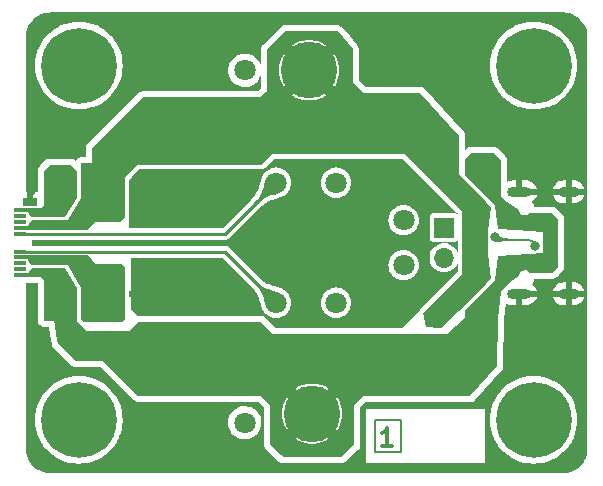
<source format=gbl>
%TF.GenerationSoftware,KiCad,Pcbnew,(6.0.4)*%
%TF.CreationDate,2022-04-23T23:59:38+08:00*%
%TF.ProjectId,USBC_PD_TEST,55534243-5f50-4445-9f54-4553542e6b69,V0.9*%
%TF.SameCoordinates,Original*%
%TF.FileFunction,Copper,L4,Bot*%
%TF.FilePolarity,Positive*%
%FSLAX46Y46*%
G04 Gerber Fmt 4.6, Leading zero omitted, Abs format (unit mm)*
G04 Created by KiCad (PCBNEW (6.0.4)) date 2022-04-23 23:59:38*
%MOMM*%
%LPD*%
G01*
G04 APERTURE LIST*
%TA.AperFunction,NonConductor*%
%ADD10C,0.200000*%
%TD*%
%ADD11C,0.300000*%
%TA.AperFunction,NonConductor*%
%ADD12C,0.300000*%
%TD*%
%TA.AperFunction,ComponentPad*%
%ADD13C,1.800000*%
%TD*%
%TA.AperFunction,ComponentPad*%
%ADD14R,1.700000X1.700000*%
%TD*%
%TA.AperFunction,ComponentPad*%
%ADD15O,1.700000X1.700000*%
%TD*%
%TA.AperFunction,ComponentPad*%
%ADD16C,6.400000*%
%TD*%
%TA.AperFunction,ComponentPad*%
%ADD17C,0.800000*%
%TD*%
%TA.AperFunction,ComponentPad*%
%ADD18O,2.000000X0.900000*%
%TD*%
%TA.AperFunction,ComponentPad*%
%ADD19O,1.700000X0.900000*%
%TD*%
%TA.AperFunction,SMDPad,CuDef*%
%ADD20R,1.000000X0.380000*%
%TD*%
%TA.AperFunction,SMDPad,CuDef*%
%ADD21R,1.150000X0.700000*%
%TD*%
%TA.AperFunction,ComponentPad*%
%ADD22C,4.800000*%
%TD*%
%TA.AperFunction,ViaPad*%
%ADD23C,0.800000*%
%TD*%
%TA.AperFunction,ViaPad*%
%ADD24C,0.600000*%
%TD*%
%TA.AperFunction,Conductor*%
%ADD25C,0.355600*%
%TD*%
%TA.AperFunction,Conductor*%
%ADD26C,1.270000*%
%TD*%
%TA.AperFunction,Conductor*%
%ADD27C,0.203200*%
%TD*%
%TA.AperFunction,Conductor*%
%ADD28C,0.254000*%
%TD*%
G04 APERTURE END LIST*
D10*
X106333000Y-77533500D02*
X108492000Y-77533500D01*
X108492000Y-77533500D02*
X108492000Y-80200500D01*
X108492000Y-80200500D02*
X106333000Y-80200500D01*
X106333000Y-80200500D02*
X106333000Y-77533500D01*
D11*
D12*
X107777571Y-79672571D02*
X106920428Y-79672571D01*
X107349000Y-79672571D02*
X107349000Y-78172571D01*
X107206142Y-78386857D01*
X107063285Y-78529714D01*
X106920428Y-78601142D01*
D13*
%TO.P,TP8,1,1*%
%TO.N,/SBU2*%
X97934000Y-67564000D03*
%TD*%
%TO.P,TP2,1,1*%
%TO.N,VBUS*%
X95284000Y-47879000D03*
%TD*%
D14*
%TO.P,J2,1,Pin_1*%
%TO.N,/USB_D-*%
X112158000Y-61214000D03*
D15*
%TO.P,J2,2,Pin_2*%
%TO.N,/USB_D+*%
X112158000Y-63754000D03*
%TD*%
D16*
%TO.P,H2,1*%
%TO.N,N/C*%
X119734007Y-47484005D03*
D17*
X119734000Y-45084000D03*
X119734000Y-49884000D03*
X122134000Y-47484000D03*
X121431056Y-49181056D03*
X117334000Y-47484000D03*
X118036944Y-49181056D03*
X118036944Y-45786944D03*
X121431056Y-45786944D03*
%TD*%
D18*
%TO.P,J1,S1,SHIELD*%
%TO.N,Earth*%
X118528999Y-58164000D03*
D19*
X122698999Y-66804000D03*
X122698999Y-58164000D03*
D18*
X118528999Y-66804000D03*
%TD*%
D17*
%TO.P,H4,1*%
%TO.N,N/C*%
X118036944Y-79181056D03*
X119734000Y-79884000D03*
X122134000Y-77484000D03*
X121431056Y-75786944D03*
X117334000Y-77484000D03*
D16*
X119734007Y-77483995D03*
D17*
X118036944Y-75786944D03*
X121431056Y-79181056D03*
X119734000Y-75084000D03*
%TD*%
D20*
%TO.P,P1,B1,GND*%
%TO.N,GND*%
X76273993Y-59734000D03*
%TO.P,P1,B2,TX2+*%
%TO.N,unconnected-(P1-PadB2)*%
X76273993Y-60234000D03*
%TO.P,P1,B3,TX2-*%
%TO.N,unconnected-(P1-PadB3)*%
X76273993Y-60734000D03*
%TO.P,P1,B4,VBUS*%
%TO.N,VBUS*%
X76273993Y-61234000D03*
%TO.P,P1,B5,VCONN*%
%TO.N,/VCONN*%
X76273993Y-61734000D03*
%TO.P,P1,B8,SBU2*%
%TO.N,/SBU2*%
X76273993Y-63234000D03*
%TO.P,P1,B9,VBUS*%
%TO.N,VBUS*%
X76273993Y-63734000D03*
%TO.P,P1,B10,RX1-*%
%TO.N,unconnected-(P1-PadB10)*%
X76273993Y-64234000D03*
%TO.P,P1,B11,RX1+*%
%TO.N,unconnected-(P1-PadB11)*%
X76273993Y-64734000D03*
%TO.P,P1,B12,GND*%
%TO.N,GND*%
X76273993Y-65234000D03*
D21*
%TO.P,P1,S1,SHIELD*%
%TO.N,Earth*%
X77113993Y-59064000D03*
%TD*%
D13*
%TO.P,TP4,1,1*%
%TO.N,/VCONN*%
X97934000Y-57404000D03*
%TD*%
%TO.P,TP3,1,1*%
%TO.N,/CC*%
X103014000Y-67564000D03*
%TD*%
%TO.P,TP5,1,1*%
%TO.N,/USB_D-*%
X108729000Y-60579000D03*
%TD*%
D17*
%TO.P,H3,1*%
%TO.N,N/C*%
X81234000Y-75084000D03*
X79536944Y-79181056D03*
D16*
X81234008Y-77483995D03*
D17*
X82931056Y-75786944D03*
X79536944Y-75786944D03*
X82931056Y-79181056D03*
X81234000Y-79884000D03*
X83634000Y-77484000D03*
X78834000Y-77484000D03*
%TD*%
D22*
%TO.P,TP1,1,1*%
%TO.N,VBUS*%
X100728000Y-47879000D03*
%TD*%
D13*
%TO.P,TP6,1,1*%
%TO.N,/USB_D+*%
X108729000Y-64389000D03*
%TD*%
%TO.P,TP10,1,1*%
%TO.N,GND*%
X95284000Y-77724000D03*
%TD*%
D17*
%TO.P,H1,1*%
%TO.N,N/C*%
X81234000Y-45084000D03*
X82931056Y-45786944D03*
X78834000Y-47484000D03*
X81234000Y-49884000D03*
X82931056Y-49181056D03*
X79536944Y-45786944D03*
D16*
X81234008Y-47484005D03*
D17*
X83634000Y-47484000D03*
X79536944Y-49181056D03*
%TD*%
D22*
%TO.P,TP9,1,1*%
%TO.N,GND*%
X100982000Y-76962000D03*
%TD*%
D13*
%TO.P,TP7,1,1*%
%TO.N,/SBU1*%
X103014000Y-57404000D03*
%TD*%
D23*
%TO.N,GND*%
X116095000Y-67818000D03*
X115460000Y-55626000D03*
X101617000Y-64770000D03*
X78774000Y-65913000D03*
X78774000Y-59055000D03*
X78901000Y-66675000D03*
X114571000Y-69342000D03*
X108322600Y-74930000D03*
X94225600Y-74930000D03*
X116095000Y-69342000D03*
X100728000Y-63754000D03*
D24*
X85742000Y-66802000D03*
X89696000Y-57023000D03*
D23*
X79536000Y-65913000D03*
X79663000Y-67437000D03*
X116222000Y-57912000D03*
X101617000Y-60198000D03*
X95698800Y-70739000D03*
X79663000Y-58293000D03*
X80298000Y-59055000D03*
X104665000Y-59563000D03*
X105350800Y-70739000D03*
X92295200Y-74930000D03*
X106951000Y-66167000D03*
X115333000Y-68580000D03*
X96156000Y-74930000D03*
D24*
X92744000Y-57023000D03*
D23*
X115333000Y-67818000D03*
X80425000Y-56769000D03*
X79663000Y-57531000D03*
X116222000Y-56388000D03*
X80425000Y-68199000D03*
X116222000Y-55626000D03*
X101490000Y-70739000D03*
X97629200Y-70739000D03*
X79663000Y-56769000D03*
D24*
X92744000Y-68072000D03*
D23*
X78901000Y-58293000D03*
X99559600Y-70739000D03*
X105046000Y-63754000D03*
X78901000Y-57531000D03*
X90364800Y-74930000D03*
X104461800Y-74930000D03*
X110507000Y-66167000D03*
X88434400Y-74930000D03*
X103420400Y-70739000D03*
X80425000Y-58293000D03*
X104665000Y-65405000D03*
X110253000Y-74930000D03*
X115460000Y-57150000D03*
X110253000Y-62484000D03*
X79663000Y-66675000D03*
X112183400Y-74930000D03*
X115460000Y-56388000D03*
X106951000Y-58801000D03*
X80425000Y-67437000D03*
X106392200Y-74930000D03*
X114571000Y-68580000D03*
X78901000Y-56769000D03*
X78901000Y-68199000D03*
D24*
X89696000Y-68072000D03*
D23*
X106570000Y-62484000D03*
X80425000Y-57531000D03*
X79536000Y-59055000D03*
X100728000Y-61214000D03*
X114698000Y-55626000D03*
X115333000Y-69342000D03*
X79663000Y-68199000D03*
X105046000Y-61214000D03*
X116222000Y-57150000D03*
X80298000Y-65913000D03*
X116095000Y-67056000D03*
X110507000Y-58801000D03*
X114113800Y-74930000D03*
X80425000Y-66675000D03*
X86504000Y-74930000D03*
X78901000Y-67437000D03*
X116095000Y-68580000D03*
X114698000Y-56388000D03*
%TO.N,VBUS*%
X96460800Y-55372000D03*
X82076000Y-56388000D03*
X82838000Y-64770000D03*
X112539000Y-68199000D03*
X111269000Y-51943000D03*
X82076000Y-68580000D03*
X105808000Y-50419000D03*
X115587000Y-59817000D03*
X82838000Y-58674000D03*
X82838000Y-60198000D03*
X82838000Y-59436000D03*
X82076000Y-67056000D03*
X82076000Y-66294000D03*
X82838000Y-67818000D03*
X82076000Y-57150000D03*
X82076000Y-65532000D03*
X112539000Y-56769000D03*
X82838000Y-68580000D03*
X82076000Y-60198000D03*
X114063000Y-66675000D03*
X82838000Y-65532000D03*
X109872000Y-50419000D03*
X114571000Y-58801000D03*
X106570000Y-54483000D03*
X114571000Y-66167000D03*
X82838000Y-67056000D03*
X92600000Y-55372000D03*
X115079000Y-65659000D03*
X104639600Y-54483000D03*
X87545400Y-50800000D03*
X113555000Y-57785000D03*
X82838000Y-57150000D03*
X90669600Y-55372000D03*
X88739200Y-55372000D03*
X82076000Y-67818000D03*
X112031000Y-68707000D03*
X115587000Y-65151000D03*
X113047000Y-57277000D03*
X82838000Y-66294000D03*
X82838000Y-57912000D03*
X102709200Y-54483000D03*
X82076000Y-64770000D03*
X82076000Y-57912000D03*
X113047000Y-67691000D03*
X82076000Y-58674000D03*
X89475800Y-50800000D03*
X100778800Y-54483000D03*
X98848400Y-54483000D03*
X113555000Y-67183000D03*
X112031000Y-56261000D03*
X107967000Y-50419000D03*
X82838000Y-56388000D03*
X94530400Y-55372000D03*
X82076000Y-59436000D03*
X115079000Y-59309000D03*
X93336600Y-50800000D03*
X114063000Y-58293000D03*
X91406200Y-50800000D03*
%TO.N,/USB_D-*%
X119837257Y-62760117D03*
X116476000Y-62032900D03*
D24*
%TO.N,Earth*%
X77249993Y-58166000D03*
X107222000Y-46609000D03*
X77250000Y-67437000D03*
D23*
X123715000Y-63246000D03*
D24*
X91728000Y-79629000D03*
X77250000Y-66802000D03*
D23*
X122826000Y-63246000D03*
D24*
X86521000Y-79629000D03*
X77250000Y-68072000D03*
D23*
X122826000Y-62484000D03*
D24*
X110397000Y-46609000D03*
X77250000Y-57531000D03*
D23*
X123715000Y-61722000D03*
D24*
X87156000Y-45212000D03*
D23*
X123715000Y-62484000D03*
X122826000Y-61722000D03*
D24*
X91855000Y-45212000D03*
X77250000Y-56896000D03*
X116493000Y-81280000D03*
%TD*%
D25*
%TO.N,GND*%
X78095000Y-65234000D02*
X78901000Y-66040000D01*
X76274000Y-65234000D02*
X78095000Y-65234000D01*
X76274000Y-59734000D02*
X78095000Y-59734000D01*
X78901000Y-58928000D02*
X78901000Y-58674000D01*
X78901000Y-66040000D02*
X78901000Y-66294000D01*
X78095000Y-59734000D02*
X78901000Y-58928000D01*
D26*
%TO.N,VBUS*%
X113047000Y-57277000D02*
X115079000Y-59309000D01*
D25*
X76274000Y-61234000D02*
X80278000Y-61234000D01*
X76274000Y-63734000D02*
X80278000Y-63734000D01*
D26*
X115079000Y-65659000D02*
X113047000Y-67691000D01*
X115079000Y-59309000D02*
X115079000Y-65659000D01*
D27*
%TO.N,/USB_D-*%
X116476000Y-62230000D02*
X119307140Y-62230000D01*
X119837200Y-62760117D02*
G75*
G03*
X119307140Y-62230000I-530100J17D01*
G01*
D28*
%TO.N,/VCONN*%
X93604000Y-61734000D02*
X76274000Y-61734000D01*
X97934000Y-57404000D02*
X93604000Y-61734000D01*
%TO.N,/SBU2*%
X93604000Y-63234000D02*
X76274000Y-63234000D01*
X97934000Y-67564000D02*
X93604000Y-63234000D01*
%TD*%
%TA.AperFunction,Conductor*%
%TO.N,/USB_D-*%
G36*
X116805793Y-61807998D02*
G01*
X116809262Y-61811123D01*
X116862950Y-61883751D01*
X116863089Y-61883911D01*
X116863097Y-61883921D01*
X116898397Y-61924557D01*
X116919556Y-61948915D01*
X116919776Y-61949119D01*
X116919781Y-61949124D01*
X116966125Y-61992071D01*
X116976365Y-62001561D01*
X116976686Y-62001787D01*
X116976688Y-62001788D01*
X117034999Y-62042734D01*
X117035003Y-62042736D01*
X117035357Y-62042985D01*
X117098511Y-62074481D01*
X117140279Y-62088263D01*
X117167474Y-62097236D01*
X117167477Y-62097237D01*
X117167808Y-62097346D01*
X117212228Y-62106256D01*
X117244965Y-62112823D01*
X117244968Y-62112824D01*
X117245225Y-62112875D01*
X117245476Y-62112902D01*
X117245481Y-62112903D01*
X117284449Y-62117127D01*
X117332743Y-62122363D01*
X117432342Y-62127106D01*
X117534434Y-62128268D01*
X117542667Y-62131789D01*
X117546000Y-62139967D01*
X117546000Y-62320175D01*
X117542573Y-62328448D01*
X117534579Y-62331872D01*
X117394761Y-62335205D01*
X117394750Y-62335206D01*
X117394606Y-62335209D01*
X117330645Y-62340044D01*
X117266840Y-62344868D01*
X117266833Y-62344869D01*
X117266684Y-62344880D01*
X117208909Y-62352247D01*
X117157056Y-62358859D01*
X117157038Y-62358862D01*
X117156926Y-62358876D01*
X117156803Y-62358897D01*
X117156790Y-62358899D01*
X117111469Y-62366656D01*
X117060022Y-62375461D01*
X117059926Y-62375480D01*
X117059908Y-62375483D01*
X117027719Y-62381765D01*
X116970666Y-62392900D01*
X116883762Y-62409415D01*
X116883367Y-62409484D01*
X116793661Y-62423346D01*
X116793036Y-62423424D01*
X116706409Y-62431846D01*
X116695167Y-62432939D01*
X116694399Y-62432988D01*
X116582916Y-62436457D01*
X116582167Y-62436457D01*
X116575498Y-62436237D01*
X116459675Y-62432412D01*
X116451519Y-62428714D01*
X116448856Y-62424087D01*
X116448657Y-62423426D01*
X116305236Y-61946414D01*
X116306136Y-61937505D01*
X116313513Y-61931718D01*
X116796926Y-61806750D01*
X116805793Y-61807998D01*
G37*
%TD.AperFunction*%
%TD*%
%TA.AperFunction,Conductor*%
%TO.N,/VCONN*%
G36*
X76792573Y-61627927D02*
G01*
X76796000Y-61636200D01*
X76796000Y-61849190D01*
X76792573Y-61857463D01*
X76784190Y-61860889D01*
X76733952Y-61860418D01*
X76733787Y-61860416D01*
X76707598Y-61859801D01*
X76678895Y-61859126D01*
X76630028Y-61857805D01*
X76629830Y-61857802D01*
X76586106Y-61857139D01*
X76586089Y-61857139D01*
X76586018Y-61857138D01*
X76576612Y-61857293D01*
X76545821Y-61857802D01*
X76545805Y-61857803D01*
X76545666Y-61857805D01*
X76545529Y-61857815D01*
X76545522Y-61857815D01*
X76528292Y-61859035D01*
X76507774Y-61860487D01*
X76507581Y-61860515D01*
X76507575Y-61860516D01*
X76471406Y-61865828D01*
X76471404Y-61865828D01*
X76471141Y-61865867D01*
X76470886Y-61865928D01*
X76470876Y-61865930D01*
X76434844Y-61874558D01*
X76434836Y-61874560D01*
X76434570Y-61874624D01*
X76396859Y-61887441D01*
X76396625Y-61887544D01*
X76396624Y-61887544D01*
X76363979Y-61901857D01*
X76355026Y-61902041D01*
X76351171Y-61899575D01*
X76187762Y-61742433D01*
X76184174Y-61734229D01*
X76187762Y-61725567D01*
X76289463Y-61627767D01*
X76297573Y-61624500D01*
X76784300Y-61624500D01*
X76792573Y-61627927D01*
G37*
%TD.AperFunction*%
%TD*%
%TA.AperFunction,Conductor*%
%TO.N,/VCONN*%
G36*
X98248372Y-57089305D02*
G01*
X98251960Y-57097967D01*
X98229519Y-58245864D01*
X98225931Y-58254068D01*
X98221480Y-58256748D01*
X97969635Y-58339668D01*
X97969345Y-58339759D01*
X97742434Y-58407991D01*
X97742344Y-58408018D01*
X97540831Y-58466848D01*
X97540809Y-58466855D01*
X97540774Y-58466865D01*
X97357681Y-58524049D01*
X97185954Y-58587362D01*
X97018485Y-58664597D01*
X97018251Y-58664733D01*
X97018249Y-58664734D01*
X96986089Y-58683418D01*
X96848161Y-58763549D01*
X96667873Y-58892011D01*
X96470511Y-59057777D01*
X96470377Y-59057904D01*
X96470372Y-59057909D01*
X96257233Y-59260771D01*
X96248878Y-59263992D01*
X96240894Y-59260569D01*
X96077431Y-59097106D01*
X96074004Y-59088833D01*
X96077229Y-59080767D01*
X96099227Y-59057655D01*
X96256882Y-58892011D01*
X96280090Y-58867627D01*
X96280095Y-58867622D01*
X96280222Y-58867488D01*
X96445988Y-58670126D01*
X96574450Y-58489838D01*
X96673402Y-58319514D01*
X96750637Y-58152045D01*
X96813950Y-57980318D01*
X96871134Y-57797225D01*
X96929981Y-57595655D01*
X96998240Y-57368654D01*
X96998331Y-57368364D01*
X97081251Y-57116520D01*
X97087093Y-57109734D01*
X97092135Y-57108481D01*
X98240033Y-57086040D01*
X98248372Y-57089305D01*
G37*
%TD.AperFunction*%
%TD*%
%TA.AperFunction,Conductor*%
%TO.N,/SBU2*%
G36*
X76363978Y-63066142D02*
G01*
X76396859Y-63080558D01*
X76434570Y-63093375D01*
X76434836Y-63093439D01*
X76434844Y-63093441D01*
X76470876Y-63102069D01*
X76470886Y-63102071D01*
X76471141Y-63102132D01*
X76471404Y-63102171D01*
X76471406Y-63102171D01*
X76507575Y-63107483D01*
X76507581Y-63107484D01*
X76507774Y-63107512D01*
X76527003Y-63108873D01*
X76545522Y-63110184D01*
X76545529Y-63110184D01*
X76545666Y-63110194D01*
X76545805Y-63110196D01*
X76545821Y-63110197D01*
X76576612Y-63110706D01*
X76586018Y-63110861D01*
X76586089Y-63110860D01*
X76586106Y-63110860D01*
X76630028Y-63110194D01*
X76630398Y-63110184D01*
X76678895Y-63108873D01*
X76707598Y-63108198D01*
X76733787Y-63107583D01*
X76733953Y-63107581D01*
X76784191Y-63107111D01*
X76792495Y-63110460D01*
X76796000Y-63118810D01*
X76796000Y-63331800D01*
X76792573Y-63340073D01*
X76784300Y-63343500D01*
X76297573Y-63343500D01*
X76289463Y-63340233D01*
X76187762Y-63242433D01*
X76184174Y-63234229D01*
X76187762Y-63225567D01*
X76307043Y-63110860D01*
X76351172Y-63068424D01*
X76359510Y-63065159D01*
X76363978Y-63066142D01*
G37*
%TD.AperFunction*%
%TD*%
%TA.AperFunction,Conductor*%
%TO.N,/SBU2*%
G36*
X96257232Y-65707229D02*
G01*
X96470511Y-65910222D01*
X96667873Y-66075988D01*
X96848161Y-66204450D01*
X96986089Y-66284581D01*
X97008669Y-66297699D01*
X97018485Y-66303402D01*
X97185954Y-66380637D01*
X97357681Y-66443950D01*
X97540774Y-66501134D01*
X97540809Y-66501144D01*
X97540831Y-66501151D01*
X97742344Y-66559981D01*
X97742434Y-66560008D01*
X97969345Y-66628240D01*
X97969635Y-66628331D01*
X98221480Y-66711252D01*
X98228266Y-66717094D01*
X98229519Y-66722136D01*
X98251960Y-67870033D01*
X98248695Y-67878372D01*
X98240033Y-67881960D01*
X97092136Y-67859519D01*
X97083932Y-67855931D01*
X97081252Y-67851480D01*
X96998331Y-67599635D01*
X96998240Y-67599345D01*
X96930006Y-67372427D01*
X96929979Y-67372337D01*
X96871163Y-67170872D01*
X96871153Y-67170840D01*
X96871134Y-67170774D01*
X96813950Y-66987681D01*
X96750637Y-66815954D01*
X96673402Y-66648485D01*
X96574450Y-66478161D01*
X96445988Y-66297873D01*
X96280222Y-66100511D01*
X96257007Y-66076119D01*
X96099226Y-65910344D01*
X96077229Y-65887233D01*
X96074008Y-65878878D01*
X96077431Y-65870894D01*
X96240894Y-65707431D01*
X96249167Y-65704004D01*
X96257232Y-65707229D01*
G37*
%TD.AperFunction*%
%TD*%
%TA.AperFunction,Conductor*%
%TO.N,VBUS*%
G36*
X97570000Y-54991000D02*
G01*
X96684427Y-55876573D01*
X96676154Y-55880000D01*
X86140000Y-55880000D01*
X84997000Y-57150000D01*
X82330000Y-55880000D01*
X82330000Y-54487846D01*
X82333427Y-54479573D01*
X86644573Y-50168427D01*
X86652846Y-50165000D01*
X96554000Y-50165000D01*
X97570000Y-49276000D01*
X97570000Y-54991000D01*
G37*
%TD.AperFunction*%
%TD*%
%TA.AperFunction,Conductor*%
%TO.N,VBUS*%
G36*
X103143793Y-44580427D02*
G01*
X103144508Y-44581210D01*
X104408288Y-46097746D01*
X104411000Y-46105236D01*
X104411000Y-48895000D01*
X105300000Y-49784000D01*
X108602000Y-49784000D01*
X108602000Y-54991000D01*
X97172000Y-54991000D01*
X97172000Y-50008634D01*
X99317751Y-50008634D01*
X99318166Y-50009636D01*
X99357350Y-50038105D01*
X99357971Y-50038500D01*
X99638774Y-50192872D01*
X99639435Y-50193183D01*
X99937361Y-50311141D01*
X99938063Y-50311369D01*
X100248421Y-50391055D01*
X100249148Y-50391194D01*
X100567055Y-50431354D01*
X100567783Y-50431400D01*
X100888217Y-50431400D01*
X100888945Y-50431354D01*
X101206852Y-50391194D01*
X101207579Y-50391055D01*
X101517937Y-50311369D01*
X101518639Y-50311141D01*
X101816565Y-50193183D01*
X101817226Y-50192872D01*
X102098029Y-50038500D01*
X102098650Y-50038105D01*
X102137330Y-50010002D01*
X102138260Y-50008484D01*
X102138007Y-50007428D01*
X100729646Y-48599066D01*
X100728000Y-48598384D01*
X100726354Y-48599066D01*
X99318433Y-50006988D01*
X99317751Y-50008634D01*
X97172000Y-50008634D01*
X97172000Y-47879366D01*
X98170576Y-47879366D01*
X98190696Y-48199165D01*
X98190788Y-48199895D01*
X98250832Y-48514654D01*
X98251014Y-48515361D01*
X98350031Y-48820105D01*
X98350304Y-48820794D01*
X98486733Y-49110721D01*
X98487090Y-49111371D01*
X98598477Y-49286889D01*
X98599935Y-49287914D01*
X98600819Y-49287760D01*
X100007934Y-47880646D01*
X100008616Y-47879000D01*
X101447384Y-47879000D01*
X101448066Y-47880646D01*
X102854630Y-49287209D01*
X102856276Y-49287891D01*
X102857106Y-49287547D01*
X102968910Y-49111371D01*
X102969267Y-49110721D01*
X103105696Y-48820794D01*
X103105969Y-48820105D01*
X103204986Y-48515361D01*
X103205168Y-48514654D01*
X103265212Y-48199895D01*
X103265304Y-48199165D01*
X103285424Y-47879366D01*
X103285424Y-47878634D01*
X103265304Y-47558835D01*
X103265212Y-47558105D01*
X103205168Y-47243346D01*
X103204986Y-47242639D01*
X103105969Y-46937895D01*
X103105696Y-46937206D01*
X102969267Y-46647279D01*
X102968910Y-46646629D01*
X102857523Y-46471111D01*
X102856065Y-46470086D01*
X102855181Y-46470240D01*
X101448066Y-47877354D01*
X101447384Y-47879000D01*
X100008616Y-47879000D01*
X100007934Y-47877354D01*
X98601370Y-46470791D01*
X98599724Y-46470109D01*
X98598894Y-46470453D01*
X98487090Y-46646629D01*
X98486733Y-46647279D01*
X98350304Y-46937206D01*
X98350031Y-46937895D01*
X98251014Y-47242639D01*
X98250832Y-47243346D01*
X98190788Y-47558105D01*
X98190696Y-47558835D01*
X98170576Y-47878634D01*
X98170576Y-47879366D01*
X97172000Y-47879366D01*
X97172000Y-46105846D01*
X97175427Y-46097573D01*
X97523484Y-45749516D01*
X99317740Y-45749516D01*
X99317993Y-45750572D01*
X100726354Y-47158934D01*
X100728000Y-47159616D01*
X100729646Y-47158934D01*
X102137567Y-45751012D01*
X102138249Y-45749366D01*
X102137834Y-45748364D01*
X102098650Y-45719895D01*
X102098029Y-45719500D01*
X101817226Y-45565128D01*
X101816565Y-45564817D01*
X101518639Y-45446859D01*
X101517937Y-45446631D01*
X101207579Y-45366945D01*
X101206852Y-45366806D01*
X100888945Y-45326646D01*
X100888216Y-45326600D01*
X100567784Y-45326600D01*
X100567055Y-45326646D01*
X100249148Y-45366806D01*
X100248421Y-45366945D01*
X99938063Y-45446631D01*
X99937361Y-45446859D01*
X99639435Y-45564817D01*
X99638774Y-45565128D01*
X99357971Y-45719500D01*
X99357350Y-45719895D01*
X99318670Y-45747998D01*
X99317740Y-45749516D01*
X97523484Y-45749516D01*
X98692573Y-44580427D01*
X98700846Y-44577000D01*
X103135520Y-44577000D01*
X103143793Y-44580427D01*
G37*
%TD.AperFunction*%
%TD*%
%TA.AperFunction,Conductor*%
%TO.N,VBUS*%
G36*
X85124000Y-60320154D02*
G01*
X85120573Y-60328427D01*
X84746427Y-60702573D01*
X84738154Y-60706000D01*
X82584000Y-60706000D01*
X82582774Y-60707472D01*
X82582773Y-60707472D01*
X82003758Y-61402290D01*
X81995829Y-61406452D01*
X81994770Y-61406500D01*
X76929510Y-61406500D01*
X76921237Y-61403073D01*
X76919781Y-61401298D01*
X76919186Y-61400407D01*
X76919185Y-61400406D01*
X76918545Y-61399448D01*
X76852224Y-61355133D01*
X76851095Y-61354908D01*
X76851094Y-61354908D01*
X76794310Y-61343613D01*
X76794308Y-61343613D01*
X76793741Y-61343500D01*
X76742000Y-61343500D01*
X76742000Y-61124500D01*
X76793741Y-61124500D01*
X76794308Y-61124387D01*
X76794310Y-61124387D01*
X76851094Y-61113092D01*
X76851095Y-61113092D01*
X76852224Y-61112867D01*
X76918545Y-61068552D01*
X76962860Y-61002231D01*
X76967410Y-60979356D01*
X76972385Y-60971910D01*
X76973647Y-60971177D01*
X76996000Y-60960000D01*
X77122151Y-60707698D01*
X77124343Y-60704657D01*
X77246573Y-60582427D01*
X77254846Y-60579000D01*
X80298000Y-60579000D01*
X81441000Y-58674000D01*
X81441000Y-55764700D01*
X81444427Y-55756427D01*
X81452700Y-55753000D01*
X85124000Y-55753000D01*
X85124000Y-60320154D01*
G37*
%TD.AperFunction*%
%TD*%
%TA.AperFunction,Conductor*%
%TO.N,VBUS*%
G36*
X110129488Y-49787890D02*
G01*
X113425011Y-53463666D01*
X113428000Y-53471476D01*
X113428000Y-56769000D01*
X116090962Y-59431962D01*
X116093323Y-59437662D01*
X114695051Y-60823784D01*
X110635911Y-56769000D01*
X108856000Y-54991000D01*
X108475000Y-54991000D01*
X108475000Y-49784000D01*
X110120777Y-49784000D01*
X110129488Y-49787890D01*
G37*
%TD.AperFunction*%
%TD*%
%TA.AperFunction,Conductor*%
%TO.N,VBUS*%
G36*
X116090962Y-59431962D02*
G01*
X116094389Y-59440235D01*
X116094301Y-59441667D01*
X115841000Y-61495671D01*
X115836019Y-63465468D01*
X115836065Y-63465832D01*
X115836065Y-63465838D01*
X116094288Y-65526320D01*
X116091917Y-65534955D01*
X116090952Y-65536048D01*
X111907921Y-69719079D01*
X111899648Y-69722506D01*
X111898484Y-69722448D01*
X110642421Y-69596842D01*
X110634530Y-69592609D01*
X110632164Y-69587738D01*
X110381393Y-68459270D01*
X110382943Y-68450451D01*
X110384541Y-68448459D01*
X113682000Y-65151000D01*
X113682000Y-59817000D01*
X111779848Y-57914848D01*
X111777469Y-57910125D01*
X112031000Y-56896000D01*
X113174000Y-56515000D01*
X116090962Y-59431962D01*
G37*
%TD.AperFunction*%
%TD*%
%TA.AperFunction,Conductor*%
%TO.N,VBUS*%
G36*
X82003043Y-63564927D02*
G01*
X82003758Y-63565710D01*
X82336342Y-63964811D01*
X82584000Y-64262000D01*
X84865154Y-64262000D01*
X84873427Y-64265427D01*
X85120573Y-64512573D01*
X85124000Y-64520846D01*
X85124000Y-68956154D01*
X85120573Y-68964427D01*
X84873427Y-69211573D01*
X84865154Y-69215000D01*
X81699846Y-69215000D01*
X81691573Y-69211573D01*
X81444427Y-68964427D01*
X81441000Y-68956154D01*
X81441000Y-66294000D01*
X80377108Y-64520846D01*
X80299197Y-64390994D01*
X80299196Y-64390993D01*
X80298000Y-64389000D01*
X77254846Y-64389000D01*
X77246573Y-64385573D01*
X77124343Y-64263343D01*
X77122151Y-64260302D01*
X76996000Y-64008000D01*
X76973652Y-63996826D01*
X76967785Y-63990062D01*
X76967410Y-63988644D01*
X76963085Y-63966900D01*
X76962860Y-63965769D01*
X76918545Y-63899448D01*
X76852224Y-63855133D01*
X76851095Y-63854908D01*
X76851094Y-63854908D01*
X76794310Y-63843613D01*
X76794308Y-63843613D01*
X76793741Y-63843500D01*
X76742000Y-63843500D01*
X76742000Y-63624500D01*
X76793741Y-63624500D01*
X76794308Y-63624387D01*
X76794310Y-63624387D01*
X76851094Y-63613092D01*
X76851095Y-63613092D01*
X76852224Y-63612867D01*
X76918545Y-63568552D01*
X76919781Y-63566702D01*
X76927225Y-63561725D01*
X76929510Y-63561500D01*
X81994770Y-63561500D01*
X82003043Y-63564927D01*
G37*
%TD.AperFunction*%
%TD*%
%TA.AperFunction,Conductor*%
%TO.N,GND*%
G36*
X81043000Y-69088000D02*
G01*
X81932000Y-69977000D01*
X85488000Y-69977000D01*
X86246573Y-69218427D01*
X86254846Y-69215000D01*
X96658691Y-69215000D01*
X96667495Y-69218995D01*
X97553000Y-70231000D01*
X104538000Y-70231000D01*
X104538000Y-79623746D01*
X104534073Y-79632491D01*
X103398324Y-80642045D01*
X103390551Y-80645000D01*
X98573499Y-80645000D01*
X98565661Y-80641987D01*
X98337634Y-80436236D01*
X97446835Y-79632461D01*
X97442974Y-79623833D01*
X97442974Y-79623746D01*
X97440336Y-79091634D01*
X99571751Y-79091634D01*
X99572166Y-79092636D01*
X99611350Y-79121105D01*
X99611971Y-79121500D01*
X99892774Y-79275872D01*
X99893435Y-79276183D01*
X100191361Y-79394141D01*
X100192063Y-79394369D01*
X100502421Y-79474055D01*
X100503148Y-79474194D01*
X100821055Y-79514354D01*
X100821783Y-79514400D01*
X101142217Y-79514400D01*
X101142945Y-79514354D01*
X101460852Y-79474194D01*
X101461579Y-79474055D01*
X101771937Y-79394369D01*
X101772639Y-79394141D01*
X102070565Y-79276183D01*
X102071226Y-79275872D01*
X102352029Y-79121500D01*
X102352650Y-79121105D01*
X102391330Y-79093002D01*
X102392260Y-79091484D01*
X102392007Y-79090428D01*
X100983646Y-77682066D01*
X100982000Y-77681384D01*
X100980354Y-77682066D01*
X99572433Y-79089988D01*
X99571751Y-79091634D01*
X97440336Y-79091634D01*
X97429780Y-76962366D01*
X98424576Y-76962366D01*
X98444696Y-77282165D01*
X98444788Y-77282895D01*
X98504832Y-77597654D01*
X98505014Y-77598361D01*
X98604031Y-77903105D01*
X98604304Y-77903794D01*
X98740733Y-78193721D01*
X98741090Y-78194371D01*
X98852477Y-78369889D01*
X98853935Y-78370914D01*
X98854819Y-78370760D01*
X100261934Y-76963646D01*
X100262616Y-76962000D01*
X101701384Y-76962000D01*
X101702066Y-76963646D01*
X103108630Y-78370209D01*
X103110276Y-78370891D01*
X103111106Y-78370547D01*
X103222910Y-78194371D01*
X103223267Y-78193721D01*
X103359696Y-77903794D01*
X103359969Y-77903105D01*
X103458986Y-77598361D01*
X103459168Y-77597654D01*
X103519212Y-77282895D01*
X103519304Y-77282165D01*
X103539424Y-76962366D01*
X103539424Y-76961634D01*
X103519304Y-76641835D01*
X103519212Y-76641105D01*
X103459168Y-76326346D01*
X103458986Y-76325639D01*
X103359969Y-76020895D01*
X103359696Y-76020206D01*
X103223267Y-75730279D01*
X103222910Y-75729629D01*
X103111523Y-75554111D01*
X103110065Y-75553086D01*
X103109181Y-75553240D01*
X101702066Y-76960354D01*
X101701384Y-76962000D01*
X100262616Y-76962000D01*
X100261934Y-76960354D01*
X98855370Y-75553791D01*
X98853724Y-75553109D01*
X98852894Y-75553453D01*
X98741090Y-75729629D01*
X98740733Y-75730279D01*
X98604304Y-76020206D01*
X98604031Y-76020895D01*
X98505014Y-76325639D01*
X98504832Y-76326346D01*
X98444788Y-76641105D01*
X98444696Y-76641835D01*
X98424576Y-76961634D01*
X98424576Y-76962366D01*
X97429780Y-76962366D01*
X97426000Y-76200000D01*
X96664000Y-75438000D01*
X86254701Y-75438000D01*
X86246606Y-75434747D01*
X85618191Y-74832516D01*
X99571740Y-74832516D01*
X99571993Y-74833572D01*
X100980354Y-76241934D01*
X100982000Y-76242616D01*
X100983646Y-76241934D01*
X102391567Y-74834012D01*
X102392249Y-74832366D01*
X102391834Y-74831364D01*
X102352650Y-74802895D01*
X102352029Y-74802500D01*
X102071226Y-74648128D01*
X102070565Y-74647817D01*
X101772639Y-74529859D01*
X101771937Y-74529631D01*
X101461579Y-74449945D01*
X101460852Y-74449806D01*
X101142945Y-74409646D01*
X101142216Y-74409600D01*
X100821784Y-74409600D01*
X100821055Y-74409646D01*
X100503148Y-74449806D01*
X100502421Y-74449945D01*
X100192063Y-74529631D01*
X100191361Y-74529859D01*
X99893435Y-74647817D01*
X99892774Y-74648128D01*
X99611971Y-74802500D01*
X99611350Y-74802895D01*
X99572670Y-74830998D01*
X99571740Y-74832516D01*
X85618191Y-74832516D01*
X83203634Y-72518566D01*
X83202000Y-72517000D01*
X80984201Y-72517000D01*
X80976106Y-72513747D01*
X80470196Y-72028917D01*
X79458375Y-71059255D01*
X79454903Y-71052563D01*
X79330136Y-70229096D01*
X79138000Y-68961000D01*
X81043000Y-68961000D01*
X81043000Y-69088000D01*
G37*
%TD.AperFunction*%
%TD*%
%TA.AperFunction,Conductor*%
%TO.N,GND*%
G36*
X80555427Y-55883427D02*
G01*
X81056573Y-56384573D01*
X81060000Y-56392846D01*
X81060000Y-58670689D01*
X81058264Y-58676821D01*
X80047426Y-60319432D01*
X80040172Y-60324682D01*
X80037462Y-60325000D01*
X77254846Y-60325000D01*
X77246573Y-60321573D01*
X77124343Y-60199343D01*
X77122151Y-60196302D01*
X76996000Y-59944000D01*
X76954567Y-59944000D01*
X76946294Y-59940573D01*
X76944842Y-59938804D01*
X76918545Y-59899448D01*
X76852224Y-59855133D01*
X76851095Y-59854908D01*
X76851094Y-59854908D01*
X76794310Y-59843613D01*
X76794308Y-59843613D01*
X76793741Y-59843500D01*
X76742000Y-59843500D01*
X76742000Y-59614500D01*
X77708741Y-59614500D01*
X77709308Y-59614387D01*
X77709310Y-59614387D01*
X77766094Y-59603092D01*
X77766095Y-59603092D01*
X77767224Y-59602867D01*
X77823937Y-59564972D01*
X77830437Y-59563000D01*
X78012000Y-59563000D01*
X78266000Y-59309000D01*
X78266000Y-56392846D01*
X78269427Y-56384573D01*
X78770573Y-55883427D01*
X78778846Y-55880000D01*
X80547154Y-55880000D01*
X80555427Y-55883427D01*
G37*
%TD.AperFunction*%
%TD*%
%TA.AperFunction,Conductor*%
%TO.N,GND*%
G36*
X116727074Y-68901690D02*
G01*
X116727073Y-68901695D01*
X116666215Y-72950445D01*
X116663213Y-72958096D01*
X114383706Y-75490881D01*
X114374832Y-75494753D01*
X112691341Y-75469213D01*
X110634000Y-75438000D01*
X105317000Y-75438000D01*
X104428000Y-76327000D01*
X104411000Y-70231000D01*
X112412000Y-70231000D01*
X112413622Y-70229503D01*
X113934200Y-68825893D01*
X113934200Y-68825892D01*
X113936000Y-68824231D01*
X114063000Y-68707000D01*
X116730000Y-68707000D01*
X116727074Y-68901690D01*
G37*
%TD.AperFunction*%
%TD*%
%TA.AperFunction,Conductor*%
%TO.N,GND*%
G36*
X116352427Y-54867427D02*
G01*
X116980573Y-55495573D01*
X116984000Y-55503846D01*
X116984000Y-58547000D01*
X117492000Y-59055000D01*
X118474018Y-59742413D01*
X118478775Y-59749682D01*
X118484232Y-59776743D01*
X118484592Y-59777450D01*
X118484593Y-59777452D01*
X118548114Y-59902120D01*
X118552706Y-59911132D01*
X118553248Y-59911721D01*
X118553249Y-59911723D01*
X118610275Y-59973738D01*
X118654798Y-60022156D01*
X118782985Y-60101635D01*
X118783748Y-60101857D01*
X118783751Y-60101858D01*
X118876800Y-60128891D01*
X118927824Y-60143715D01*
X118928425Y-60143759D01*
X118928430Y-60143760D01*
X118938318Y-60144486D01*
X118938328Y-60144486D01*
X118938514Y-60144500D01*
X119046784Y-60144500D01*
X119123949Y-60133929D01*
X119157644Y-60129314D01*
X119157645Y-60129314D01*
X119158431Y-60129206D01*
X119159157Y-60128892D01*
X119159160Y-60128891D01*
X119239177Y-60094264D01*
X119296854Y-60069305D01*
X119414069Y-59974386D01*
X119432166Y-59948922D01*
X119439751Y-59944164D01*
X119441702Y-59944000D01*
X121314037Y-59944000D01*
X121322449Y-59947569D01*
X121806713Y-60448599D01*
X121810000Y-60456730D01*
X121810000Y-64511270D01*
X121806713Y-64519401D01*
X121322655Y-65020219D01*
X121322450Y-65020431D01*
X121314037Y-65024000D01*
X119440203Y-65024000D01*
X119431591Y-65020219D01*
X119363742Y-64946433D01*
X119363740Y-64946432D01*
X119363200Y-64945844D01*
X119235013Y-64866365D01*
X119234250Y-64866143D01*
X119234247Y-64866142D01*
X119129602Y-64835740D01*
X119090174Y-64824285D01*
X119089573Y-64824241D01*
X119089568Y-64824240D01*
X119079680Y-64823514D01*
X119079670Y-64823514D01*
X119079484Y-64823500D01*
X118971214Y-64823500D01*
X118894049Y-64834071D01*
X118860354Y-64838686D01*
X118860353Y-64838686D01*
X118859567Y-64838794D01*
X118858841Y-64839108D01*
X118858838Y-64839109D01*
X118778821Y-64873736D01*
X118721144Y-64898695D01*
X118603929Y-64993614D01*
X118603470Y-64994260D01*
X118603468Y-64994262D01*
X118552572Y-65065880D01*
X118516557Y-65116558D01*
X118465466Y-65258468D01*
X118465269Y-65258397D01*
X118461627Y-65264298D01*
X117970670Y-65657064D01*
X117492000Y-66040000D01*
X116984000Y-66675000D01*
X116983811Y-66676639D01*
X116727106Y-68901411D01*
X116727105Y-68901422D01*
X116660845Y-69475674D01*
X116095000Y-69977000D01*
X114444000Y-69977000D01*
X113936000Y-69469000D01*
X113936000Y-68203846D01*
X113939427Y-68195573D01*
X116476000Y-65659000D01*
X116728802Y-63636580D01*
X116733229Y-63628797D01*
X116739634Y-63626358D01*
X120537677Y-63373155D01*
X120540000Y-63373000D01*
X120540000Y-61595000D01*
X118258932Y-61442929D01*
X116739634Y-61341642D01*
X116731607Y-61337673D01*
X116728802Y-61331419D01*
X116571078Y-60069621D01*
X116476000Y-59309000D01*
X113939427Y-56772427D01*
X113936000Y-56764154D01*
X113936000Y-55376846D01*
X113939427Y-55368573D01*
X114440573Y-54867427D01*
X114448846Y-54864000D01*
X116344154Y-54864000D01*
X116352427Y-54867427D01*
G37*
%TD.AperFunction*%
%TD*%
%TA.AperFunction,Conductor*%
%TO.N,GND*%
G36*
X80045735Y-64646427D02*
G01*
X80047426Y-64648568D01*
X81058264Y-66291179D01*
X81060000Y-66297311D01*
X81060000Y-69076300D01*
X81056573Y-69084573D01*
X81048300Y-69088000D01*
X78277700Y-69088000D01*
X78269427Y-69084573D01*
X78266000Y-69076300D01*
X78266000Y-65659000D01*
X78012000Y-65405000D01*
X76742000Y-65405000D01*
X76742000Y-65124500D01*
X76793741Y-65124500D01*
X76794308Y-65124387D01*
X76794310Y-65124387D01*
X76851094Y-65113092D01*
X76851095Y-65113092D01*
X76852224Y-65112867D01*
X76918545Y-65068552D01*
X76944840Y-65029199D01*
X76952284Y-65024225D01*
X76954567Y-65024000D01*
X76996000Y-65024000D01*
X77122151Y-64771698D01*
X77124343Y-64768657D01*
X77246573Y-64646427D01*
X77254846Y-64643000D01*
X80037462Y-64643000D01*
X80045735Y-64646427D01*
G37*
%TD.AperFunction*%
%TD*%
%TA.AperFunction,Conductor*%
%TO.N,GND*%
G36*
X108699453Y-55380922D02*
G01*
X111497726Y-58176191D01*
X111498924Y-58177596D01*
X111506551Y-58188145D01*
X113292073Y-59973667D01*
X113295500Y-59981940D01*
X113295500Y-60083698D01*
X113292073Y-60091971D01*
X113283800Y-60095398D01*
X113275534Y-60091978D01*
X113233286Y-60049803D01*
X113233283Y-60049801D01*
X113232601Y-60049120D01*
X113148155Y-60007842D01*
X113119314Y-59993744D01*
X113119312Y-59993743D01*
X113118497Y-59993345D01*
X113044158Y-59982500D01*
X111271842Y-59982500D01*
X111271417Y-59982563D01*
X111271411Y-59982563D01*
X111207741Y-59991936D01*
X111196856Y-59993538D01*
X111196036Y-59993941D01*
X111196035Y-59993941D01*
X111083720Y-60049085D01*
X111083718Y-60049086D01*
X111082849Y-60049513D01*
X111082165Y-60050199D01*
X111082164Y-60050199D01*
X110993803Y-60138714D01*
X110993801Y-60138717D01*
X110993120Y-60139399D01*
X110992696Y-60140267D01*
X110992695Y-60140268D01*
X110966801Y-60193243D01*
X110937345Y-60253503D01*
X110926500Y-60327842D01*
X110926500Y-62100158D01*
X110926563Y-62100583D01*
X110926563Y-62100589D01*
X110929692Y-62121844D01*
X110937538Y-62175144D01*
X110937941Y-62175964D01*
X110937941Y-62175965D01*
X110967961Y-62237107D01*
X110993513Y-62289151D01*
X110994199Y-62289835D01*
X110994199Y-62289836D01*
X111082714Y-62378197D01*
X111082717Y-62378199D01*
X111083399Y-62378880D01*
X111084267Y-62379304D01*
X111084268Y-62379305D01*
X111196686Y-62434256D01*
X111196688Y-62434257D01*
X111197503Y-62434655D01*
X111271842Y-62445500D01*
X113044158Y-62445500D01*
X113044583Y-62445437D01*
X113044589Y-62445437D01*
X113116943Y-62434786D01*
X113119144Y-62434462D01*
X113119965Y-62434059D01*
X113232280Y-62378915D01*
X113232282Y-62378914D01*
X113233151Y-62378487D01*
X113275520Y-62336044D01*
X113283790Y-62332610D01*
X113292066Y-62336030D01*
X113295500Y-62344310D01*
X113295500Y-63226623D01*
X113292073Y-63234896D01*
X113283800Y-63238323D01*
X113275527Y-63234896D01*
X113273196Y-63231568D01*
X113249235Y-63180184D01*
X113228584Y-63135898D01*
X113104987Y-62959383D01*
X112952617Y-62807013D01*
X112776102Y-62683416D01*
X112688253Y-62642451D01*
X112581271Y-62592564D01*
X112581267Y-62592563D01*
X112580807Y-62592348D01*
X112580311Y-62592215D01*
X112580308Y-62592214D01*
X112373159Y-62536709D01*
X112373155Y-62536708D01*
X112372665Y-62536577D01*
X112372161Y-62536533D01*
X112372156Y-62536532D01*
X112158514Y-62517841D01*
X112158000Y-62517796D01*
X112157486Y-62517841D01*
X111943844Y-62536532D01*
X111943839Y-62536533D01*
X111943335Y-62536577D01*
X111942845Y-62536708D01*
X111942841Y-62536709D01*
X111735692Y-62592214D01*
X111735689Y-62592215D01*
X111735193Y-62592348D01*
X111734733Y-62592563D01*
X111734729Y-62592564D01*
X111627747Y-62642451D01*
X111539898Y-62683416D01*
X111363383Y-62807013D01*
X111211013Y-62959383D01*
X111087416Y-63135898D01*
X110996348Y-63331193D01*
X110996215Y-63331689D01*
X110996214Y-63331692D01*
X110955433Y-63483893D01*
X110940577Y-63539335D01*
X110940533Y-63539839D01*
X110940532Y-63539844D01*
X110922976Y-63740512D01*
X110921796Y-63754000D01*
X110921841Y-63754514D01*
X110939833Y-63960158D01*
X110940577Y-63968665D01*
X110996348Y-64176807D01*
X111087416Y-64372102D01*
X111211013Y-64548617D01*
X111363383Y-64700987D01*
X111539898Y-64824584D01*
X111627747Y-64865549D01*
X111734729Y-64915436D01*
X111734733Y-64915437D01*
X111735193Y-64915652D01*
X111735689Y-64915785D01*
X111735692Y-64915786D01*
X111942841Y-64971291D01*
X111942845Y-64971292D01*
X111943335Y-64971423D01*
X111943839Y-64971467D01*
X111943844Y-64971468D01*
X112157486Y-64990159D01*
X112158000Y-64990204D01*
X112158514Y-64990159D01*
X112372156Y-64971468D01*
X112372161Y-64971467D01*
X112372665Y-64971423D01*
X112373155Y-64971292D01*
X112373159Y-64971291D01*
X112580308Y-64915786D01*
X112580311Y-64915785D01*
X112580807Y-64915652D01*
X112581267Y-64915437D01*
X112581271Y-64915436D01*
X112688253Y-64865549D01*
X112776102Y-64824584D01*
X112952617Y-64700987D01*
X113104987Y-64548617D01*
X113228584Y-64372102D01*
X113273196Y-64276432D01*
X113279798Y-64270383D01*
X113288745Y-64270773D01*
X113294794Y-64277375D01*
X113295500Y-64281377D01*
X113295500Y-64986060D01*
X113292073Y-64994333D01*
X110111244Y-68175162D01*
X110083060Y-68206609D01*
X110081462Y-68208601D01*
X110081329Y-68208800D01*
X110081322Y-68208809D01*
X110053934Y-68249681D01*
X110044627Y-68263570D01*
X110044383Y-68264260D01*
X110044382Y-68264263D01*
X110027069Y-68313312D01*
X110024309Y-68317691D01*
X108622427Y-69719573D01*
X108614154Y-69723000D01*
X97829309Y-69723000D01*
X97820504Y-69719005D01*
X96936666Y-68708904D01*
X96935000Y-68707000D01*
X86271846Y-68707000D01*
X86263573Y-68703573D01*
X85635427Y-68075427D01*
X85632000Y-68067154D01*
X85632000Y-63754200D01*
X85635427Y-63745927D01*
X85643700Y-63742500D01*
X93388527Y-63742500D01*
X93396800Y-63745927D01*
X95781146Y-66130273D01*
X95782560Y-66131985D01*
X95797266Y-66153697D01*
X95977039Y-66342578D01*
X95989038Y-66355184D01*
X95991734Y-66358017D01*
X95992218Y-66358558D01*
X96139840Y-66534319D01*
X96140410Y-66535055D01*
X96248952Y-66687387D01*
X96249540Y-66688299D01*
X96329779Y-66826413D01*
X96330287Y-66827390D01*
X96393082Y-66963548D01*
X96393435Y-66964401D01*
X96447836Y-67111955D01*
X96448026Y-67112514D01*
X96498227Y-67273246D01*
X96501107Y-67282468D01*
X96501160Y-67282645D01*
X96558967Y-67480652D01*
X96559850Y-67483634D01*
X96628111Y-67710642D01*
X96629470Y-67715063D01*
X96629561Y-67715353D01*
X96631218Y-67720508D01*
X96631218Y-67720509D01*
X96714034Y-67972035D01*
X96714139Y-67972353D01*
X96714280Y-67972660D01*
X96719916Y-67984951D01*
X96720582Y-67986800D01*
X96725184Y-68003973D01*
X96725399Y-68004433D01*
X96725400Y-68004437D01*
X96763610Y-68086377D01*
X96819949Y-68207197D01*
X96820244Y-68207618D01*
X96820245Y-68207620D01*
X96820932Y-68208601D01*
X96948564Y-68390879D01*
X97107121Y-68549436D01*
X97290802Y-68678051D01*
X97352884Y-68707000D01*
X97493563Y-68772600D01*
X97493567Y-68772601D01*
X97494027Y-68772816D01*
X97494523Y-68772949D01*
X97494526Y-68772950D01*
X97710126Y-68830720D01*
X97710130Y-68830721D01*
X97710620Y-68830852D01*
X97711124Y-68830896D01*
X97711129Y-68830897D01*
X97933486Y-68850350D01*
X97934000Y-68850395D01*
X97934514Y-68850350D01*
X98156871Y-68830897D01*
X98156876Y-68830896D01*
X98157380Y-68830852D01*
X98157870Y-68830721D01*
X98157874Y-68830720D01*
X98373474Y-68772950D01*
X98373477Y-68772949D01*
X98373973Y-68772816D01*
X98374433Y-68772601D01*
X98374437Y-68772600D01*
X98515116Y-68707000D01*
X98577198Y-68678051D01*
X98760879Y-68549436D01*
X98919436Y-68390879D01*
X99047068Y-68208601D01*
X99047755Y-68207620D01*
X99047756Y-68207618D01*
X99048051Y-68207197D01*
X99104390Y-68086377D01*
X99142600Y-68004437D01*
X99142601Y-68004433D01*
X99142816Y-68003973D01*
X99142950Y-68003474D01*
X99200720Y-67787874D01*
X99200721Y-67787870D01*
X99200852Y-67787380D01*
X99203778Y-67753945D01*
X99220350Y-67564514D01*
X99220395Y-67564000D01*
X101727605Y-67564000D01*
X101727650Y-67564514D01*
X101744223Y-67753945D01*
X101747148Y-67787380D01*
X101747279Y-67787870D01*
X101747280Y-67787874D01*
X101805050Y-68003474D01*
X101805184Y-68003973D01*
X101805399Y-68004433D01*
X101805400Y-68004437D01*
X101843610Y-68086377D01*
X101899949Y-68207197D01*
X101900244Y-68207618D01*
X101900245Y-68207620D01*
X101900932Y-68208601D01*
X102028564Y-68390879D01*
X102187121Y-68549436D01*
X102370802Y-68678051D01*
X102432884Y-68707000D01*
X102573563Y-68772600D01*
X102573567Y-68772601D01*
X102574027Y-68772816D01*
X102574523Y-68772949D01*
X102574526Y-68772950D01*
X102790126Y-68830720D01*
X102790130Y-68830721D01*
X102790620Y-68830852D01*
X102791124Y-68830896D01*
X102791129Y-68830897D01*
X103013486Y-68850350D01*
X103014000Y-68850395D01*
X103014514Y-68850350D01*
X103236871Y-68830897D01*
X103236876Y-68830896D01*
X103237380Y-68830852D01*
X103237870Y-68830721D01*
X103237874Y-68830720D01*
X103453474Y-68772950D01*
X103453477Y-68772949D01*
X103453973Y-68772816D01*
X103454433Y-68772601D01*
X103454437Y-68772600D01*
X103595116Y-68707000D01*
X103657198Y-68678051D01*
X103840879Y-68549436D01*
X103999436Y-68390879D01*
X104127068Y-68208601D01*
X104127755Y-68207620D01*
X104127756Y-68207618D01*
X104128051Y-68207197D01*
X104184390Y-68086377D01*
X104222600Y-68004437D01*
X104222601Y-68004433D01*
X104222816Y-68003973D01*
X104222950Y-68003474D01*
X104280720Y-67787874D01*
X104280721Y-67787870D01*
X104280852Y-67787380D01*
X104283778Y-67753945D01*
X104300350Y-67564514D01*
X104300395Y-67564000D01*
X104280852Y-67340620D01*
X104265327Y-67282677D01*
X104222950Y-67124526D01*
X104222949Y-67124523D01*
X104222816Y-67124027D01*
X104220447Y-67118945D01*
X104147983Y-66963548D01*
X104128051Y-66920803D01*
X103999436Y-66737121D01*
X103840879Y-66578564D01*
X103657198Y-66449949D01*
X103460617Y-66358282D01*
X103454437Y-66355400D01*
X103454433Y-66355399D01*
X103453973Y-66355184D01*
X103453477Y-66355051D01*
X103453474Y-66355050D01*
X103237874Y-66297280D01*
X103237870Y-66297279D01*
X103237380Y-66297148D01*
X103236876Y-66297104D01*
X103236871Y-66297103D01*
X103014514Y-66277650D01*
X103014000Y-66277605D01*
X103013486Y-66277650D01*
X102791129Y-66297103D01*
X102791124Y-66297104D01*
X102790620Y-66297148D01*
X102790130Y-66297279D01*
X102790126Y-66297280D01*
X102574526Y-66355050D01*
X102574523Y-66355051D01*
X102574027Y-66355184D01*
X102573567Y-66355399D01*
X102573563Y-66355400D01*
X102567383Y-66358282D01*
X102370803Y-66449949D01*
X102370382Y-66450244D01*
X102370380Y-66450245D01*
X102322251Y-66483945D01*
X102187121Y-66578564D01*
X102028564Y-66737121D01*
X101899949Y-66920803D01*
X101880017Y-66963548D01*
X101807554Y-67118945D01*
X101805184Y-67124027D01*
X101805051Y-67124523D01*
X101805050Y-67124526D01*
X101762674Y-67282677D01*
X101747148Y-67340620D01*
X101727605Y-67564000D01*
X99220395Y-67564000D01*
X99200852Y-67340620D01*
X99185327Y-67282677D01*
X99142950Y-67124526D01*
X99142949Y-67124523D01*
X99142816Y-67124027D01*
X99140447Y-67118945D01*
X99067983Y-66963548D01*
X99048051Y-66920803D01*
X98919436Y-66737121D01*
X98760879Y-66578564D01*
X98577198Y-66449949D01*
X98380617Y-66358282D01*
X98374437Y-66355400D01*
X98374433Y-66355399D01*
X98373973Y-66355184D01*
X98373477Y-66355051D01*
X98373474Y-66355050D01*
X98360964Y-66351698D01*
X98353618Y-66349729D01*
X98351209Y-66348788D01*
X98349720Y-66348006D01*
X98342353Y-66344139D01*
X98271668Y-66320866D01*
X98090509Y-66261218D01*
X98090508Y-66261218D01*
X98085353Y-66259561D01*
X98085063Y-66259470D01*
X98080642Y-66258111D01*
X97853731Y-66189879D01*
X97850749Y-66188996D01*
X97652720Y-66131182D01*
X97652570Y-66131137D01*
X97571359Y-66105774D01*
X97482506Y-66078023D01*
X97481947Y-66077833D01*
X97334401Y-66023435D01*
X97333548Y-66023082D01*
X97197390Y-65960287D01*
X97196413Y-65959779D01*
X97058299Y-65879540D01*
X97057387Y-65878952D01*
X96905055Y-65770410D01*
X96904319Y-65769840D01*
X96728550Y-65622211D01*
X96728009Y-65621727D01*
X96523748Y-65427316D01*
X96523733Y-65427303D01*
X96523694Y-65427265D01*
X96509486Y-65414398D01*
X96495511Y-65405911D01*
X96493311Y-65404184D01*
X95478127Y-64389000D01*
X107442605Y-64389000D01*
X107442650Y-64389514D01*
X107456570Y-64548617D01*
X107462148Y-64612380D01*
X107462279Y-64612870D01*
X107462280Y-64612874D01*
X107519008Y-64824584D01*
X107520184Y-64828973D01*
X107614949Y-65032197D01*
X107615244Y-65032618D01*
X107615245Y-65032620D01*
X107650741Y-65083313D01*
X107743564Y-65215879D01*
X107902121Y-65374436D01*
X108085802Y-65503051D01*
X108177157Y-65545650D01*
X108288563Y-65597600D01*
X108288567Y-65597601D01*
X108289027Y-65597816D01*
X108289523Y-65597949D01*
X108289526Y-65597950D01*
X108505126Y-65655720D01*
X108505130Y-65655721D01*
X108505620Y-65655852D01*
X108506124Y-65655896D01*
X108506129Y-65655897D01*
X108728486Y-65675350D01*
X108729000Y-65675395D01*
X108729514Y-65675350D01*
X108951871Y-65655897D01*
X108951876Y-65655896D01*
X108952380Y-65655852D01*
X108952870Y-65655721D01*
X108952874Y-65655720D01*
X109168474Y-65597950D01*
X109168477Y-65597949D01*
X109168973Y-65597816D01*
X109169433Y-65597601D01*
X109169437Y-65597600D01*
X109280843Y-65545650D01*
X109372198Y-65503051D01*
X109555879Y-65374436D01*
X109714436Y-65215879D01*
X109807259Y-65083313D01*
X109842755Y-65032620D01*
X109842756Y-65032618D01*
X109843051Y-65032197D01*
X109937816Y-64828973D01*
X109938992Y-64824584D01*
X109995720Y-64612874D01*
X109995721Y-64612870D01*
X109995852Y-64612380D01*
X110001431Y-64548617D01*
X110015350Y-64389514D01*
X110015395Y-64389000D01*
X110011355Y-64342824D01*
X109995897Y-64166129D01*
X109995896Y-64166124D01*
X109995852Y-64165620D01*
X109953576Y-64007842D01*
X109937950Y-63949526D01*
X109937949Y-63949523D01*
X109937816Y-63949027D01*
X109918849Y-63908351D01*
X109847113Y-63754514D01*
X109843051Y-63745803D01*
X109714436Y-63562121D01*
X109555879Y-63403564D01*
X109372198Y-63274949D01*
X109268562Y-63226623D01*
X109169437Y-63180400D01*
X109169433Y-63180399D01*
X109168973Y-63180184D01*
X109168477Y-63180051D01*
X109168474Y-63180050D01*
X108952874Y-63122280D01*
X108952870Y-63122279D01*
X108952380Y-63122148D01*
X108951876Y-63122104D01*
X108951871Y-63122103D01*
X108729514Y-63102650D01*
X108729000Y-63102605D01*
X108728486Y-63102650D01*
X108506129Y-63122103D01*
X108506124Y-63122104D01*
X108505620Y-63122148D01*
X108505130Y-63122279D01*
X108505126Y-63122280D01*
X108289526Y-63180050D01*
X108289523Y-63180051D01*
X108289027Y-63180184D01*
X108288567Y-63180399D01*
X108288563Y-63180400D01*
X108189438Y-63226623D01*
X108085803Y-63274949D01*
X108085382Y-63275244D01*
X108085380Y-63275245D01*
X108034687Y-63310741D01*
X107902121Y-63403564D01*
X107743564Y-63562121D01*
X107614949Y-63745803D01*
X107610887Y-63754514D01*
X107539152Y-63908351D01*
X107520184Y-63949027D01*
X107520051Y-63949523D01*
X107520050Y-63949526D01*
X107504425Y-64007842D01*
X107462148Y-64165620D01*
X107462104Y-64166124D01*
X107462103Y-64166129D01*
X107446645Y-64342824D01*
X107442605Y-64389000D01*
X95478127Y-64389000D01*
X94004790Y-62915663D01*
X94003168Y-62913633D01*
X93995669Y-62901748D01*
X93995224Y-62901042D01*
X93994603Y-62900494D01*
X93994600Y-62900490D01*
X93952221Y-62863063D01*
X93951693Y-62862566D01*
X93937745Y-62848618D01*
X93925686Y-62839580D01*
X93924987Y-62839010D01*
X93886049Y-62804622D01*
X93885295Y-62804268D01*
X93868377Y-62796325D01*
X93866332Y-62795096D01*
X93851374Y-62783885D01*
X93851372Y-62783884D01*
X93850705Y-62783384D01*
X93849925Y-62783091D01*
X93849922Y-62783090D01*
X93802071Y-62765152D01*
X93801206Y-62764788D01*
X93754956Y-62743074D01*
X93754200Y-62742719D01*
X93734905Y-62739715D01*
X93732599Y-62739109D01*
X93714316Y-62732255D01*
X93662524Y-62728407D01*
X93661596Y-62728300D01*
X93643614Y-62725500D01*
X93623849Y-62725500D01*
X93622982Y-62725468D01*
X93619941Y-62725242D01*
X93569059Y-62721461D01*
X93568245Y-62721635D01*
X93568242Y-62721635D01*
X93551346Y-62725242D01*
X93548904Y-62725500D01*
X77261700Y-62725500D01*
X77253427Y-62722073D01*
X77250000Y-62713800D01*
X77250000Y-62254200D01*
X77253427Y-62245927D01*
X77261700Y-62242500D01*
X93545696Y-62242500D01*
X93548278Y-62242788D01*
X93562800Y-62246074D01*
X93563624Y-62246023D01*
X93563626Y-62246023D01*
X93620054Y-62242522D01*
X93620778Y-62242500D01*
X93640513Y-62242500D01*
X93655418Y-62240366D01*
X93656337Y-62240272D01*
X93674602Y-62239138D01*
X93707345Y-62237107D01*
X93707348Y-62237106D01*
X93708177Y-62237055D01*
X93708959Y-62236773D01*
X93708962Y-62236772D01*
X93726542Y-62230425D01*
X93728857Y-62229848D01*
X93737293Y-62228640D01*
X93748187Y-62227080D01*
X93748941Y-62226737D01*
X93748945Y-62226736D01*
X93795467Y-62205583D01*
X93796337Y-62205229D01*
X93819622Y-62196823D01*
X93845181Y-62187596D01*
X93845850Y-62187107D01*
X93845856Y-62187104D01*
X93860951Y-62176077D01*
X93863009Y-62174874D01*
X93880028Y-62167135D01*
X93880029Y-62167134D01*
X93880782Y-62166792D01*
X93901256Y-62149151D01*
X93920131Y-62132888D01*
X93920866Y-62132305D01*
X93935184Y-62121844D01*
X93935185Y-62121843D01*
X93935552Y-62121575D01*
X93949522Y-62107605D01*
X93950158Y-62107014D01*
X93990497Y-62072256D01*
X93990498Y-62072255D01*
X93991127Y-62071713D01*
X94000982Y-62056509D01*
X94002526Y-62054601D01*
X95478128Y-60579000D01*
X107442605Y-60579000D01*
X107462148Y-60802380D01*
X107462279Y-60802870D01*
X107462280Y-60802874D01*
X107510784Y-60983893D01*
X107520184Y-61018973D01*
X107520399Y-61019433D01*
X107520400Y-61019437D01*
X107554124Y-61091757D01*
X107614949Y-61222197D01*
X107743564Y-61405879D01*
X107902121Y-61564436D01*
X108085802Y-61693051D01*
X108177157Y-61735650D01*
X108288563Y-61787600D01*
X108288567Y-61787601D01*
X108289027Y-61787816D01*
X108289523Y-61787949D01*
X108289526Y-61787950D01*
X108505126Y-61845720D01*
X108505130Y-61845721D01*
X108505620Y-61845852D01*
X108506124Y-61845896D01*
X108506129Y-61845897D01*
X108728486Y-61865350D01*
X108729000Y-61865395D01*
X108729514Y-61865350D01*
X108951871Y-61845897D01*
X108951876Y-61845896D01*
X108952380Y-61845852D01*
X108952870Y-61845721D01*
X108952874Y-61845720D01*
X109168474Y-61787950D01*
X109168477Y-61787949D01*
X109168973Y-61787816D01*
X109169433Y-61787601D01*
X109169437Y-61787600D01*
X109280843Y-61735650D01*
X109372198Y-61693051D01*
X109555879Y-61564436D01*
X109714436Y-61405879D01*
X109843051Y-61222197D01*
X109903876Y-61091757D01*
X109937600Y-61019437D01*
X109937601Y-61019433D01*
X109937816Y-61018973D01*
X109947216Y-60983893D01*
X109995720Y-60802874D01*
X109995721Y-60802870D01*
X109995852Y-60802380D01*
X110015395Y-60579000D01*
X109995852Y-60355620D01*
X109995440Y-60354080D01*
X109937950Y-60139526D01*
X109937949Y-60139523D01*
X109937816Y-60139027D01*
X109917472Y-60095398D01*
X109869822Y-59993214D01*
X109843051Y-59935803D01*
X109840988Y-59932856D01*
X109714731Y-59752543D01*
X109714436Y-59752121D01*
X109555879Y-59593564D01*
X109372198Y-59464949D01*
X109267820Y-59416277D01*
X109169437Y-59370400D01*
X109169433Y-59370399D01*
X109168973Y-59370184D01*
X109168477Y-59370051D01*
X109168474Y-59370050D01*
X108952874Y-59312280D01*
X108952870Y-59312279D01*
X108952380Y-59312148D01*
X108951876Y-59312104D01*
X108951871Y-59312103D01*
X108729514Y-59292650D01*
X108729000Y-59292605D01*
X108728486Y-59292650D01*
X108506129Y-59312103D01*
X108506124Y-59312104D01*
X108505620Y-59312148D01*
X108505130Y-59312279D01*
X108505126Y-59312280D01*
X108289526Y-59370050D01*
X108289523Y-59370051D01*
X108289027Y-59370184D01*
X108288567Y-59370399D01*
X108288563Y-59370400D01*
X108190180Y-59416277D01*
X108085803Y-59464949D01*
X107902121Y-59593564D01*
X107743564Y-59752121D01*
X107743269Y-59752543D01*
X107617013Y-59932856D01*
X107614949Y-59935803D01*
X107588178Y-59993214D01*
X107540529Y-60095398D01*
X107520184Y-60139027D01*
X107520051Y-60139523D01*
X107520050Y-60139526D01*
X107462561Y-60354080D01*
X107462148Y-60355620D01*
X107442605Y-60579000D01*
X95478128Y-60579000D01*
X96500275Y-59556853D01*
X96501987Y-59555439D01*
X96523301Y-59541002D01*
X96523697Y-59540734D01*
X96728019Y-59346264D01*
X96728556Y-59345783D01*
X96904319Y-59198159D01*
X96905055Y-59197589D01*
X97057387Y-59089047D01*
X97058299Y-59088459D01*
X97196412Y-59008220D01*
X97197389Y-59007712D01*
X97333548Y-58944917D01*
X97334401Y-58944564D01*
X97481955Y-58890163D01*
X97482514Y-58889973D01*
X97627472Y-58844699D01*
X97652495Y-58836884D01*
X97652645Y-58836839D01*
X97850659Y-58779030D01*
X97853641Y-58778147D01*
X98080642Y-58709888D01*
X98085063Y-58708529D01*
X98085353Y-58708438D01*
X98085416Y-58708418D01*
X98085420Y-58708417D01*
X98090451Y-58706799D01*
X98090507Y-58706781D01*
X98292205Y-58640372D01*
X98342046Y-58623962D01*
X98342050Y-58623960D01*
X98342352Y-58623861D01*
X98342639Y-58623729D01*
X98342645Y-58623727D01*
X98354947Y-58618085D01*
X98356796Y-58617419D01*
X98373474Y-58612950D01*
X98373477Y-58612949D01*
X98373973Y-58612816D01*
X98374433Y-58612601D01*
X98374437Y-58612600D01*
X98485843Y-58560650D01*
X98577198Y-58518051D01*
X98760879Y-58389436D01*
X98919436Y-58230879D01*
X99048051Y-58047197D01*
X99090666Y-57955809D01*
X99142600Y-57844437D01*
X99142601Y-57844433D01*
X99142816Y-57843973D01*
X99143166Y-57842667D01*
X99200720Y-57627874D01*
X99200721Y-57627870D01*
X99200852Y-57627380D01*
X99208027Y-57545377D01*
X99220350Y-57404514D01*
X99220395Y-57404000D01*
X101727605Y-57404000D01*
X101727650Y-57404514D01*
X101739974Y-57545377D01*
X101747148Y-57627380D01*
X101747279Y-57627870D01*
X101747280Y-57627874D01*
X101804834Y-57842667D01*
X101805184Y-57843973D01*
X101805399Y-57844433D01*
X101805400Y-57844437D01*
X101857334Y-57955809D01*
X101899949Y-58047197D01*
X102028564Y-58230879D01*
X102187121Y-58389436D01*
X102370802Y-58518051D01*
X102462157Y-58560650D01*
X102573563Y-58612600D01*
X102573567Y-58612601D01*
X102574027Y-58612816D01*
X102574523Y-58612949D01*
X102574526Y-58612950D01*
X102790126Y-58670720D01*
X102790130Y-58670721D01*
X102790620Y-58670852D01*
X102791124Y-58670896D01*
X102791129Y-58670897D01*
X103013486Y-58690350D01*
X103014000Y-58690395D01*
X103014514Y-58690350D01*
X103236871Y-58670897D01*
X103236876Y-58670896D01*
X103237380Y-58670852D01*
X103237870Y-58670721D01*
X103237874Y-58670720D01*
X103453474Y-58612950D01*
X103453477Y-58612949D01*
X103453973Y-58612816D01*
X103454433Y-58612601D01*
X103454437Y-58612600D01*
X103565843Y-58560650D01*
X103657198Y-58518051D01*
X103840879Y-58389436D01*
X103999436Y-58230879D01*
X104128051Y-58047197D01*
X104170666Y-57955809D01*
X104222600Y-57844437D01*
X104222601Y-57844433D01*
X104222816Y-57843973D01*
X104223166Y-57842667D01*
X104280720Y-57627874D01*
X104280721Y-57627870D01*
X104280852Y-57627380D01*
X104288027Y-57545377D01*
X104300350Y-57404514D01*
X104300395Y-57404000D01*
X104299131Y-57389557D01*
X104280897Y-57181129D01*
X104280896Y-57181124D01*
X104280852Y-57180620D01*
X104274578Y-57157203D01*
X104222950Y-56964526D01*
X104222949Y-56964523D01*
X104222816Y-56964027D01*
X104191095Y-56896000D01*
X104128268Y-56761269D01*
X104128051Y-56760803D01*
X103999436Y-56577121D01*
X103840879Y-56418564D01*
X103657198Y-56289949D01*
X103515343Y-56223801D01*
X103454437Y-56195400D01*
X103454433Y-56195399D01*
X103453973Y-56195184D01*
X103453477Y-56195051D01*
X103453474Y-56195050D01*
X103237874Y-56137280D01*
X103237870Y-56137279D01*
X103237380Y-56137148D01*
X103236876Y-56137104D01*
X103236871Y-56137103D01*
X103014514Y-56117650D01*
X103014000Y-56117605D01*
X103013486Y-56117650D01*
X102791129Y-56137103D01*
X102791124Y-56137104D01*
X102790620Y-56137148D01*
X102790130Y-56137279D01*
X102790126Y-56137280D01*
X102574526Y-56195050D01*
X102574523Y-56195051D01*
X102574027Y-56195184D01*
X102573567Y-56195399D01*
X102573563Y-56195400D01*
X102462191Y-56247334D01*
X102370803Y-56289949D01*
X102187121Y-56418564D01*
X102028564Y-56577121D01*
X101899949Y-56760803D01*
X101899732Y-56761269D01*
X101836906Y-56896000D01*
X101805184Y-56964027D01*
X101805051Y-56964523D01*
X101805050Y-56964526D01*
X101753423Y-57157203D01*
X101747148Y-57180620D01*
X101747104Y-57181124D01*
X101747103Y-57181129D01*
X101728869Y-57389557D01*
X101727605Y-57404000D01*
X99220395Y-57404000D01*
X99219131Y-57389557D01*
X99200897Y-57181129D01*
X99200896Y-57181124D01*
X99200852Y-57180620D01*
X99194578Y-57157203D01*
X99142950Y-56964526D01*
X99142949Y-56964523D01*
X99142816Y-56964027D01*
X99111095Y-56896000D01*
X99048268Y-56761269D01*
X99048051Y-56760803D01*
X98919436Y-56577121D01*
X98760879Y-56418564D01*
X98577198Y-56289949D01*
X98435343Y-56223801D01*
X98374437Y-56195400D01*
X98374433Y-56195399D01*
X98373973Y-56195184D01*
X98373477Y-56195051D01*
X98373474Y-56195050D01*
X98157874Y-56137280D01*
X98157870Y-56137279D01*
X98157380Y-56137148D01*
X98156876Y-56137104D01*
X98156871Y-56137103D01*
X97934514Y-56117650D01*
X97934000Y-56117605D01*
X97933486Y-56117650D01*
X97711129Y-56137103D01*
X97711124Y-56137104D01*
X97710620Y-56137148D01*
X97710130Y-56137279D01*
X97710126Y-56137280D01*
X97494526Y-56195050D01*
X97494523Y-56195051D01*
X97494027Y-56195184D01*
X97493567Y-56195399D01*
X97493563Y-56195400D01*
X97382191Y-56247334D01*
X97290803Y-56289949D01*
X97107121Y-56418564D01*
X96948564Y-56577121D01*
X96819949Y-56760803D01*
X96819732Y-56761269D01*
X96756906Y-56896000D01*
X96725184Y-56964027D01*
X96725051Y-56964523D01*
X96725050Y-56964526D01*
X96719732Y-56984373D01*
X96718790Y-56986783D01*
X96714368Y-56995206D01*
X96714362Y-56995221D01*
X96714138Y-56995647D01*
X96713985Y-56996113D01*
X96631218Y-57247490D01*
X96631218Y-57247491D01*
X96629561Y-57252646D01*
X96629470Y-57252936D01*
X96628111Y-57257357D01*
X96559852Y-57484358D01*
X96558969Y-57487340D01*
X96518086Y-57627380D01*
X96501170Y-57685322D01*
X96501115Y-57685504D01*
X96475803Y-57766547D01*
X96448026Y-57855485D01*
X96447836Y-57856044D01*
X96393435Y-58003598D01*
X96393082Y-58004451D01*
X96330287Y-58140609D01*
X96329779Y-58141586D01*
X96249540Y-58279700D01*
X96248952Y-58280612D01*
X96140410Y-58432944D01*
X96139840Y-58433680D01*
X95997205Y-58603503D01*
X95992218Y-58609440D01*
X95991737Y-58609977D01*
X95819266Y-58791189D01*
X95797268Y-58814301D01*
X95797248Y-58814323D01*
X95797221Y-58814352D01*
X95784759Y-58828114D01*
X95784387Y-58828525D01*
X95784098Y-58829001D01*
X95775902Y-58842498D01*
X95774174Y-58844699D01*
X93396800Y-61222073D01*
X93388527Y-61225500D01*
X85516700Y-61225500D01*
X85508427Y-61222073D01*
X85505000Y-61213800D01*
X85505000Y-60354080D01*
X85505160Y-60352154D01*
X85509217Y-60327842D01*
X85510500Y-60320154D01*
X85510500Y-57161693D01*
X85513503Y-57153866D01*
X85745583Y-56896000D01*
X86308647Y-56270373D01*
X86317344Y-56266500D01*
X96676154Y-56266500D01*
X96697499Y-56265838D01*
X96699533Y-56265775D01*
X96700112Y-56265757D01*
X96700674Y-56265627D01*
X96823594Y-56237186D01*
X96823595Y-56237186D01*
X96824069Y-56237076D01*
X96832342Y-56233649D01*
X96832453Y-56233599D01*
X96832469Y-56233592D01*
X96853649Y-56224039D01*
X96853651Y-56224038D01*
X96854176Y-56223801D01*
X96957724Y-56149870D01*
X97726667Y-55380927D01*
X97734940Y-55377500D01*
X108691185Y-55377500D01*
X108699453Y-55380922D01*
G37*
%TD.AperFunction*%
%TD*%
%TA.AperFunction,Conductor*%
%TO.N,Earth*%
G36*
X122220278Y-42992639D02*
G01*
X122252724Y-42997691D01*
X122253550Y-42997583D01*
X122280124Y-42994108D01*
X122282406Y-42994034D01*
X122523400Y-43009830D01*
X122524918Y-43010030D01*
X122784045Y-43061574D01*
X122785511Y-43061966D01*
X123035700Y-43146894D01*
X123037108Y-43147478D01*
X123152629Y-43204446D01*
X123274062Y-43264330D01*
X123275387Y-43265095D01*
X123385904Y-43338940D01*
X123495063Y-43411878D01*
X123496269Y-43412803D01*
X123686429Y-43579569D01*
X123694910Y-43587007D01*
X123695993Y-43588090D01*
X123855904Y-43770432D01*
X123870194Y-43786727D01*
X123871125Y-43787941D01*
X124017905Y-44007613D01*
X124018670Y-44008938D01*
X124066651Y-44106234D01*
X124130151Y-44234999D01*
X124135521Y-44245889D01*
X124136106Y-44247300D01*
X124214978Y-44479648D01*
X124221032Y-44497483D01*
X124221428Y-44498961D01*
X124272970Y-44758082D01*
X124273170Y-44759600D01*
X124288588Y-44994831D01*
X124288474Y-44997396D01*
X124287323Y-45004792D01*
X124285309Y-45017724D01*
X124285417Y-45018550D01*
X124290401Y-45056664D01*
X124290500Y-45058181D01*
X124290500Y-79903479D01*
X124290361Y-79905278D01*
X124285309Y-79937724D01*
X124285417Y-79938550D01*
X124288892Y-79965124D01*
X124288966Y-79967406D01*
X124273170Y-80208400D01*
X124272970Y-80209918D01*
X124221428Y-80469039D01*
X124221034Y-80470511D01*
X124136107Y-80720697D01*
X124135521Y-80722111D01*
X124018670Y-80959062D01*
X124017905Y-80960387D01*
X123974171Y-81025840D01*
X123885534Y-81158495D01*
X123871125Y-81180059D01*
X123870197Y-81181269D01*
X123703431Y-81371429D01*
X123695993Y-81379910D01*
X123694910Y-81380993D01*
X123593028Y-81470342D01*
X123496273Y-81555194D01*
X123495063Y-81556122D01*
X123385904Y-81629060D01*
X123275387Y-81702905D01*
X123274062Y-81703670D01*
X123152629Y-81763554D01*
X123037108Y-81820522D01*
X123035700Y-81821106D01*
X122785511Y-81906034D01*
X122784045Y-81906426D01*
X122536692Y-81955628D01*
X122524918Y-81957970D01*
X122523400Y-81958170D01*
X122288169Y-81973588D01*
X122285604Y-81973474D01*
X122271019Y-81971203D01*
X122265276Y-81970309D01*
X122264450Y-81970417D01*
X122226336Y-81975401D01*
X122224819Y-81975500D01*
X78814521Y-81975500D01*
X78812721Y-81975361D01*
X78780276Y-81970309D01*
X78779450Y-81970417D01*
X78752876Y-81973892D01*
X78750594Y-81973966D01*
X78509600Y-81958170D01*
X78508082Y-81957970D01*
X78496308Y-81955628D01*
X78248955Y-81906426D01*
X78247489Y-81906034D01*
X77997300Y-81821106D01*
X77995892Y-81820522D01*
X77880371Y-81763554D01*
X77758938Y-81703670D01*
X77757613Y-81702905D01*
X77647096Y-81629060D01*
X77537937Y-81556122D01*
X77536727Y-81555194D01*
X77439973Y-81470342D01*
X77338090Y-81380993D01*
X77337007Y-81379910D01*
X77329569Y-81371429D01*
X77162803Y-81181269D01*
X77161875Y-81180059D01*
X77147467Y-81158495D01*
X77058829Y-81025840D01*
X77015095Y-80960387D01*
X77014330Y-80959062D01*
X76897479Y-80722111D01*
X76896893Y-80720697D01*
X76811966Y-80470511D01*
X76811572Y-80469039D01*
X76760030Y-80209918D01*
X76759830Y-80208400D01*
X76747087Y-80013984D01*
X76744604Y-79976104D01*
X76744741Y-79973400D01*
X76746025Y-79965773D01*
X76747576Y-79956552D01*
X76747729Y-79944000D01*
X76742618Y-79908311D01*
X76742500Y-79906652D01*
X76742500Y-77483995D01*
X77520419Y-77483995D01*
X77540762Y-77872171D01*
X77601570Y-78256094D01*
X77702175Y-78631557D01*
X77727463Y-78697434D01*
X77798208Y-78881730D01*
X77841476Y-78994448D01*
X77841606Y-78994704D01*
X77841610Y-78994712D01*
X77909220Y-79127403D01*
X78017946Y-79340789D01*
X78018110Y-79341041D01*
X78018112Y-79341045D01*
X78203385Y-79626342D01*
X78229651Y-79666788D01*
X78474274Y-79968871D01*
X78749132Y-80243729D01*
X79051215Y-80488352D01*
X79377213Y-80700057D01*
X79377470Y-80700188D01*
X79377477Y-80700192D01*
X79723291Y-80876393D01*
X79723299Y-80876397D01*
X79723555Y-80876527D01*
X79723828Y-80876632D01*
X79723833Y-80876634D01*
X79751700Y-80887331D01*
X80086446Y-81015828D01*
X80461909Y-81116433D01*
X80678090Y-81150673D01*
X80845528Y-81177193D01*
X80845531Y-81177193D01*
X80845832Y-81177241D01*
X81234008Y-81197584D01*
X81622184Y-81177241D01*
X81622485Y-81177193D01*
X81622488Y-81177193D01*
X81789926Y-81150673D01*
X82006107Y-81116433D01*
X82381570Y-81015828D01*
X82716316Y-80887331D01*
X82744183Y-80876634D01*
X82744188Y-80876632D01*
X82744461Y-80876527D01*
X82744717Y-80876397D01*
X82744725Y-80876393D01*
X83090539Y-80700192D01*
X83090546Y-80700188D01*
X83090803Y-80700057D01*
X83416801Y-80488352D01*
X83718884Y-80243729D01*
X83993742Y-79968871D01*
X84238365Y-79666788D01*
X84264631Y-79626342D01*
X84449904Y-79341045D01*
X84449906Y-79341041D01*
X84450070Y-79340789D01*
X84558796Y-79127403D01*
X84626406Y-78994712D01*
X84626410Y-78994704D01*
X84626540Y-78994448D01*
X84669809Y-78881730D01*
X84740553Y-78697434D01*
X84765841Y-78631557D01*
X84866446Y-78256094D01*
X84927254Y-77872171D01*
X84936829Y-77689469D01*
X93871095Y-77689469D01*
X93884427Y-77920697D01*
X93935346Y-78146642D01*
X94022484Y-78361237D01*
X94022736Y-78361648D01*
X94078294Y-78452310D01*
X94143501Y-78558719D01*
X94295147Y-78733784D01*
X94473349Y-78881730D01*
X94673322Y-78998584D01*
X94889694Y-79081209D01*
X95116656Y-79127385D01*
X95117137Y-79127403D01*
X95117140Y-79127403D01*
X95217788Y-79131093D01*
X95348113Y-79135872D01*
X95348588Y-79135811D01*
X95348592Y-79135811D01*
X95577372Y-79106503D01*
X95577374Y-79106503D01*
X95577847Y-79106442D01*
X95799690Y-79039886D01*
X96007684Y-78937991D01*
X96086222Y-78881971D01*
X96195857Y-78803770D01*
X96195862Y-78803766D01*
X96196243Y-78803494D01*
X96360303Y-78640005D01*
X96495458Y-78451917D01*
X96598078Y-78244280D01*
X96665408Y-78022671D01*
X96695640Y-77793041D01*
X96697327Y-77724000D01*
X96678349Y-77493167D01*
X96621925Y-77268533D01*
X96529570Y-77056131D01*
X96403764Y-76861665D01*
X96247887Y-76690358D01*
X96066123Y-76546810D01*
X96065710Y-76546582D01*
X96065707Y-76546580D01*
X95863776Y-76435108D01*
X95863772Y-76435106D01*
X95863355Y-76434876D01*
X95862907Y-76434717D01*
X95862904Y-76434716D01*
X95645483Y-76357723D01*
X95645482Y-76357723D01*
X95645028Y-76357562D01*
X95644558Y-76357478D01*
X95644553Y-76357477D01*
X95417472Y-76317028D01*
X95417006Y-76316945D01*
X95416532Y-76316939D01*
X95416530Y-76316939D01*
X95293081Y-76315431D01*
X95185411Y-76314116D01*
X94956464Y-76349150D01*
X94736314Y-76421106D01*
X94530872Y-76528052D01*
X94345655Y-76667117D01*
X94345326Y-76667462D01*
X94345323Y-76667464D01*
X94302863Y-76711896D01*
X94185639Y-76834564D01*
X94055119Y-77025899D01*
X93957602Y-77235981D01*
X93957474Y-77236443D01*
X93957472Y-77236448D01*
X93948445Y-77268999D01*
X93895707Y-77459169D01*
X93871095Y-77689469D01*
X84936829Y-77689469D01*
X84947597Y-77483995D01*
X84927254Y-77095819D01*
X84866446Y-76711896D01*
X84765841Y-76336433D01*
X84639837Y-76008182D01*
X84626647Y-75973820D01*
X84626645Y-75973815D01*
X84626540Y-75973542D01*
X84626410Y-75973286D01*
X84626406Y-75973278D01*
X84450205Y-75627465D01*
X84450201Y-75627458D01*
X84450070Y-75627201D01*
X84238365Y-75301202D01*
X83993742Y-74999119D01*
X83718884Y-74724261D01*
X83416801Y-74479638D01*
X83090803Y-74267933D01*
X83090546Y-74267802D01*
X83090539Y-74267798D01*
X82744725Y-74091597D01*
X82744717Y-74091593D01*
X82744461Y-74091463D01*
X82744188Y-74091358D01*
X82744183Y-74091356D01*
X82381859Y-73952273D01*
X82381860Y-73952273D01*
X82381570Y-73952162D01*
X82006107Y-73851557D01*
X81723660Y-73806821D01*
X81622488Y-73790797D01*
X81622485Y-73790797D01*
X81622184Y-73790749D01*
X81234008Y-73770406D01*
X80845832Y-73790749D01*
X80845531Y-73790797D01*
X80845528Y-73790797D01*
X80744356Y-73806821D01*
X80461909Y-73851557D01*
X80086446Y-73952162D01*
X80086156Y-73952273D01*
X80086157Y-73952273D01*
X79723833Y-74091356D01*
X79723828Y-74091358D01*
X79723555Y-74091463D01*
X79723299Y-74091593D01*
X79723291Y-74091597D01*
X79377478Y-74267798D01*
X79377471Y-74267802D01*
X79377214Y-74267933D01*
X79051215Y-74479638D01*
X78749132Y-74724261D01*
X78474274Y-74999119D01*
X78229651Y-75301202D01*
X78017946Y-75627201D01*
X78017815Y-75627458D01*
X78017811Y-75627465D01*
X77841610Y-75973278D01*
X77841606Y-75973286D01*
X77841476Y-75973542D01*
X77841371Y-75973815D01*
X77841369Y-75973820D01*
X77828179Y-76008182D01*
X77702175Y-76336433D01*
X77601570Y-76711896D01*
X77540762Y-77095819D01*
X77520419Y-77483995D01*
X76742500Y-77483995D01*
X76742500Y-65944200D01*
X76745927Y-65935927D01*
X76754200Y-65932500D01*
X76822127Y-65932500D01*
X76822428Y-65932467D01*
X76822434Y-65932467D01*
X76861838Y-65928186D01*
X76884309Y-65925745D01*
X76884995Y-65925488D01*
X76885003Y-65925486D01*
X76896849Y-65921045D01*
X76900956Y-65920300D01*
X77740800Y-65920300D01*
X77749073Y-65923727D01*
X77752500Y-65932000D01*
X77752500Y-69076300D01*
X77752509Y-69076461D01*
X77752509Y-69076475D01*
X77753998Y-69104245D01*
X77755443Y-69131202D01*
X77791592Y-69272818D01*
X77795019Y-69281091D01*
X77847621Y-69377424D01*
X77947213Y-69484398D01*
X78072909Y-69558981D01*
X78073294Y-69559140D01*
X78073297Y-69559142D01*
X78075754Y-69560159D01*
X78081182Y-69562408D01*
X78081325Y-69562458D01*
X78081329Y-69562460D01*
X78132490Y-69580510D01*
X78132495Y-69580511D01*
X78133030Y-69580700D01*
X78277700Y-69601500D01*
X78705624Y-69601500D01*
X78713897Y-69604927D01*
X78717192Y-69611447D01*
X78731488Y-69705800D01*
X78947198Y-71129488D01*
X78950937Y-71151053D01*
X78999099Y-71289047D01*
X79002571Y-71295739D01*
X79013024Y-71314881D01*
X79013317Y-71315256D01*
X79013320Y-71315260D01*
X79102826Y-71429669D01*
X79103082Y-71429996D01*
X80620813Y-72884488D01*
X80620905Y-72884568D01*
X80657736Y-72916607D01*
X80657739Y-72916609D01*
X80658155Y-72916971D01*
X80784636Y-72990215D01*
X80785032Y-72990374D01*
X80792588Y-72993411D01*
X80792605Y-72993417D01*
X80792731Y-72993468D01*
X80792859Y-72993512D01*
X80792874Y-72993518D01*
X80839006Y-73009518D01*
X80839531Y-73009700D01*
X80984201Y-73030500D01*
X82990972Y-73030500D01*
X82999067Y-73033753D01*
X84762876Y-74724069D01*
X85042341Y-74991890D01*
X85262898Y-75203257D01*
X85891313Y-75805488D01*
X85891405Y-75805568D01*
X85928236Y-75837607D01*
X85928239Y-75837609D01*
X85928655Y-75837971D01*
X86055136Y-75911215D01*
X86055532Y-75911374D01*
X86063088Y-75914411D01*
X86063105Y-75914417D01*
X86063231Y-75914468D01*
X86063359Y-75914512D01*
X86063374Y-75914518D01*
X86102281Y-75928012D01*
X86110031Y-75930700D01*
X86254701Y-75951500D01*
X96446456Y-75951500D01*
X96454729Y-75954927D01*
X96910150Y-76410348D01*
X96913577Y-76418563D01*
X96913591Y-76421327D01*
X96916286Y-76964912D01*
X96926842Y-79094180D01*
X96929480Y-79626292D01*
X96928889Y-79626295D01*
X96928889Y-79626342D01*
X96929640Y-79626291D01*
X96932398Y-79667026D01*
X96934158Y-79693032D01*
X96974264Y-79833579D01*
X96974432Y-79833954D01*
X96974434Y-79833960D01*
X96977871Y-79841640D01*
X96978125Y-79842207D01*
X96978212Y-79842372D01*
X96978217Y-79842382D01*
X96978651Y-79843203D01*
X97009361Y-79901346D01*
X97102836Y-80013705D01*
X97103144Y-80013983D01*
X97103145Y-80013984D01*
X98221568Y-81023147D01*
X98221591Y-81023167D01*
X98221662Y-81023231D01*
X98221735Y-81023291D01*
X98221755Y-81023309D01*
X98253427Y-81049627D01*
X98253839Y-81049969D01*
X98381411Y-81121293D01*
X98383248Y-81121999D01*
X98389126Y-81124259D01*
X98389138Y-81124263D01*
X98389249Y-81124306D01*
X98428829Y-81137700D01*
X98573499Y-81158500D01*
X103390551Y-81158500D01*
X103390673Y-81158495D01*
X103390687Y-81158495D01*
X103429873Y-81156972D01*
X103429877Y-81156971D01*
X103430404Y-81156951D01*
X103448032Y-81153000D01*
X105571000Y-81153000D01*
X115604000Y-81153000D01*
X115604000Y-77483995D01*
X116020418Y-77483995D01*
X116040761Y-77872171D01*
X116101569Y-78256094D01*
X116202174Y-78631557D01*
X116227462Y-78697434D01*
X116298207Y-78881730D01*
X116341475Y-78994448D01*
X116341605Y-78994704D01*
X116341609Y-78994712D01*
X116409219Y-79127403D01*
X116517945Y-79340789D01*
X116518109Y-79341041D01*
X116518111Y-79341045D01*
X116703384Y-79626342D01*
X116729650Y-79666788D01*
X116974273Y-79968871D01*
X117249131Y-80243729D01*
X117551214Y-80488352D01*
X117877212Y-80700057D01*
X117877469Y-80700188D01*
X117877476Y-80700192D01*
X118223290Y-80876393D01*
X118223298Y-80876397D01*
X118223554Y-80876527D01*
X118223827Y-80876632D01*
X118223832Y-80876634D01*
X118251699Y-80887331D01*
X118586445Y-81015828D01*
X118961908Y-81116433D01*
X119178089Y-81150673D01*
X119345527Y-81177193D01*
X119345530Y-81177193D01*
X119345831Y-81177241D01*
X119734007Y-81197584D01*
X120122183Y-81177241D01*
X120122484Y-81177193D01*
X120122487Y-81177193D01*
X120289925Y-81150673D01*
X120506106Y-81116433D01*
X120881569Y-81015828D01*
X121216315Y-80887331D01*
X121244182Y-80876634D01*
X121244187Y-80876632D01*
X121244460Y-80876527D01*
X121244716Y-80876397D01*
X121244724Y-80876393D01*
X121590538Y-80700192D01*
X121590545Y-80700188D01*
X121590802Y-80700057D01*
X121916800Y-80488352D01*
X122218883Y-80243729D01*
X122493741Y-79968871D01*
X122738364Y-79666788D01*
X122764630Y-79626342D01*
X122949903Y-79341045D01*
X122949905Y-79341041D01*
X122950069Y-79340789D01*
X123058795Y-79127403D01*
X123126405Y-78994712D01*
X123126409Y-78994704D01*
X123126539Y-78994448D01*
X123169808Y-78881730D01*
X123240552Y-78697434D01*
X123265840Y-78631557D01*
X123366445Y-78256094D01*
X123427253Y-77872171D01*
X123447596Y-77483995D01*
X123427253Y-77095819D01*
X123366445Y-76711896D01*
X123265840Y-76336433D01*
X123139836Y-76008182D01*
X123126646Y-75973820D01*
X123126644Y-75973815D01*
X123126539Y-75973542D01*
X123126409Y-75973286D01*
X123126405Y-75973278D01*
X122950204Y-75627465D01*
X122950200Y-75627458D01*
X122950069Y-75627201D01*
X122738364Y-75301202D01*
X122493741Y-74999119D01*
X122218883Y-74724261D01*
X121916800Y-74479638D01*
X121590802Y-74267933D01*
X121590545Y-74267802D01*
X121590538Y-74267798D01*
X121244724Y-74091597D01*
X121244716Y-74091593D01*
X121244460Y-74091463D01*
X121244187Y-74091358D01*
X121244182Y-74091356D01*
X120881858Y-73952273D01*
X120881859Y-73952273D01*
X120881569Y-73952162D01*
X120506106Y-73851557D01*
X120223659Y-73806821D01*
X120122487Y-73790797D01*
X120122484Y-73790797D01*
X120122183Y-73790749D01*
X119734007Y-73770406D01*
X119345831Y-73790749D01*
X119345530Y-73790797D01*
X119345527Y-73790797D01*
X119244355Y-73806821D01*
X118961908Y-73851557D01*
X118586445Y-73952162D01*
X118586155Y-73952273D01*
X118586156Y-73952273D01*
X118223832Y-74091356D01*
X118223827Y-74091358D01*
X118223554Y-74091463D01*
X118223298Y-74091593D01*
X118223290Y-74091597D01*
X117877477Y-74267798D01*
X117877470Y-74267802D01*
X117877213Y-74267933D01*
X117551214Y-74479638D01*
X117249131Y-74724261D01*
X116974273Y-74999119D01*
X116729650Y-75301202D01*
X116517945Y-75627201D01*
X116517814Y-75627458D01*
X116517810Y-75627465D01*
X116341609Y-75973278D01*
X116341605Y-75973286D01*
X116341475Y-75973542D01*
X116341370Y-75973815D01*
X116341368Y-75973820D01*
X116328178Y-76008182D01*
X116202174Y-76336433D01*
X116101569Y-76711896D01*
X116040761Y-77095819D01*
X116020418Y-77483995D01*
X115604000Y-77483995D01*
X115604000Y-76581000D01*
X105571000Y-76581000D01*
X105571000Y-81153000D01*
X103448032Y-81153000D01*
X103573023Y-81124986D01*
X103573410Y-81124839D01*
X103573413Y-81124838D01*
X103576516Y-81123658D01*
X103580796Y-81122031D01*
X103580861Y-81122003D01*
X103580872Y-81121999D01*
X103617041Y-81106614D01*
X103617528Y-81106407D01*
X103739475Y-81025840D01*
X103739788Y-81025562D01*
X104875069Y-80016424D01*
X104875073Y-80016421D01*
X104875224Y-80016286D01*
X104875363Y-80016145D01*
X104875376Y-80016132D01*
X104915984Y-79974745D01*
X104924271Y-79966299D01*
X105002510Y-79842846D01*
X105006437Y-79834101D01*
X105030700Y-79768416D01*
X105051500Y-79623746D01*
X105051500Y-76434544D01*
X105054927Y-76426271D01*
X105526271Y-75954927D01*
X105534544Y-75951500D01*
X110629988Y-75951500D01*
X110630165Y-75951501D01*
X114366829Y-76008191D01*
X114366835Y-76008191D01*
X114367042Y-76008194D01*
X114367257Y-76008182D01*
X114367261Y-76008182D01*
X114438647Y-76004228D01*
X114438649Y-76004228D01*
X114439275Y-76004193D01*
X114439880Y-76004027D01*
X114439883Y-76004026D01*
X114579784Y-75965514D01*
X114580191Y-75965402D01*
X114584657Y-75963453D01*
X114588887Y-75961608D01*
X114588895Y-75961604D01*
X114589065Y-75961530D01*
X114589225Y-75961446D01*
X114589234Y-75961442D01*
X114652596Y-75928301D01*
X114652598Y-75928300D01*
X114653148Y-75928012D01*
X114765388Y-75834394D01*
X114791332Y-75805568D01*
X117044830Y-73301681D01*
X117044895Y-73301609D01*
X117069029Y-73272732D01*
X117069287Y-73272278D01*
X117141033Y-73146011D01*
X117141037Y-73146003D01*
X117141234Y-73145656D01*
X117142435Y-73142596D01*
X117144202Y-73138093D01*
X117144209Y-73138073D01*
X117144236Y-73138005D01*
X117156685Y-73102503D01*
X117179657Y-72958163D01*
X117240120Y-68935643D01*
X117240196Y-68934483D01*
X117395766Y-67586212D01*
X117400119Y-67578387D01*
X117408730Y-67575931D01*
X117414100Y-67577970D01*
X117508735Y-67644233D01*
X117509760Y-67644806D01*
X117687297Y-67721633D01*
X117688409Y-67721986D01*
X117877904Y-67761574D01*
X117878795Y-67761690D01*
X117884565Y-67761992D01*
X117884870Y-67762000D01*
X118272672Y-67762000D01*
X118274317Y-67761318D01*
X118274999Y-67759673D01*
X118782999Y-67759673D01*
X118783681Y-67761318D01*
X118785326Y-67762000D01*
X119127345Y-67762000D01*
X119127939Y-67761970D01*
X119272031Y-67747333D01*
X119273192Y-67747095D01*
X119457776Y-67689250D01*
X119458863Y-67688784D01*
X119628044Y-67595005D01*
X119629010Y-67594334D01*
X119775888Y-67468445D01*
X119776695Y-67467598D01*
X119895255Y-67314751D01*
X119895881Y-67313748D01*
X119981285Y-67140185D01*
X119981696Y-67139079D01*
X120002229Y-67060253D01*
X120002087Y-67059232D01*
X121372108Y-67059232D01*
X121433307Y-67225566D01*
X121433826Y-67226631D01*
X121535760Y-67391032D01*
X121536476Y-67391962D01*
X121669387Y-67532511D01*
X121670280Y-67533282D01*
X121828735Y-67644233D01*
X121829760Y-67644806D01*
X122007297Y-67721633D01*
X122008409Y-67721986D01*
X122197904Y-67761574D01*
X122198795Y-67761690D01*
X122204565Y-67761992D01*
X122204870Y-67762000D01*
X122442672Y-67762000D01*
X122444317Y-67761318D01*
X122444999Y-67759673D01*
X122952999Y-67759673D01*
X122953681Y-67761318D01*
X122955326Y-67762000D01*
X123147345Y-67762000D01*
X123147939Y-67761970D01*
X123292031Y-67747333D01*
X123293192Y-67747095D01*
X123477776Y-67689250D01*
X123478863Y-67688784D01*
X123648044Y-67595005D01*
X123649010Y-67594334D01*
X123795888Y-67468445D01*
X123796695Y-67467598D01*
X123915255Y-67314751D01*
X123915881Y-67313748D01*
X124001285Y-67140185D01*
X124001696Y-67139079D01*
X124022229Y-67060253D01*
X124021984Y-67058488D01*
X124021339Y-67058000D01*
X122955326Y-67058000D01*
X122953681Y-67058682D01*
X122952999Y-67060327D01*
X122952999Y-67759673D01*
X122444999Y-67759673D01*
X122444999Y-67060327D01*
X122444317Y-67058682D01*
X122442672Y-67058000D01*
X121373982Y-67058000D01*
X121372337Y-67058682D01*
X121372108Y-67059232D01*
X120002087Y-67059232D01*
X120001984Y-67058488D01*
X120001339Y-67058000D01*
X118785326Y-67058000D01*
X118783681Y-67058682D01*
X118782999Y-67060327D01*
X118782999Y-67759673D01*
X118274999Y-67759673D01*
X118274999Y-66561700D01*
X118278426Y-66553427D01*
X118286699Y-66550000D01*
X120004016Y-66550000D01*
X120005661Y-66549318D01*
X120005890Y-66548768D01*
X120005514Y-66547747D01*
X121375769Y-66547747D01*
X121376014Y-66549512D01*
X121376659Y-66550000D01*
X122442672Y-66550000D01*
X122444317Y-66549318D01*
X122444999Y-66547673D01*
X122952999Y-66547673D01*
X122953681Y-66549318D01*
X122955326Y-66550000D01*
X124024016Y-66550000D01*
X124025661Y-66549318D01*
X124025890Y-66548768D01*
X123964691Y-66382434D01*
X123964172Y-66381369D01*
X123862238Y-66216968D01*
X123861522Y-66216038D01*
X123728611Y-66075489D01*
X123727718Y-66074718D01*
X123569263Y-65963767D01*
X123568238Y-65963194D01*
X123390701Y-65886367D01*
X123389589Y-65886014D01*
X123200094Y-65846426D01*
X123199203Y-65846310D01*
X123193433Y-65846008D01*
X123193128Y-65846000D01*
X122955326Y-65846000D01*
X122953681Y-65846682D01*
X122952999Y-65848327D01*
X122952999Y-66547673D01*
X122444999Y-66547673D01*
X122444999Y-65848327D01*
X122444317Y-65846682D01*
X122442672Y-65846000D01*
X122250654Y-65846000D01*
X122250059Y-65846030D01*
X122105967Y-65860667D01*
X122104806Y-65860905D01*
X121920222Y-65918750D01*
X121919135Y-65919216D01*
X121749954Y-66012995D01*
X121748988Y-66013666D01*
X121602110Y-66139555D01*
X121601303Y-66140402D01*
X121482743Y-66293249D01*
X121482117Y-66294252D01*
X121396713Y-66467815D01*
X121396302Y-66468921D01*
X121375769Y-66547747D01*
X120005514Y-66547747D01*
X119944691Y-66382434D01*
X119944172Y-66381369D01*
X119842238Y-66216968D01*
X119841522Y-66216038D01*
X119708611Y-66075489D01*
X119707718Y-66074718D01*
X119568529Y-65977257D01*
X119563718Y-65969705D01*
X119565656Y-65960962D01*
X119566996Y-65959371D01*
X119642620Y-65884273D01*
X119642621Y-65884272D01*
X119643081Y-65883815D01*
X119740272Y-65730666D01*
X119801118Y-65559790D01*
X119802546Y-65547815D01*
X119806929Y-65540005D01*
X119814164Y-65537500D01*
X121314037Y-65537500D01*
X121373273Y-65534072D01*
X121373840Y-65533922D01*
X121373841Y-65533922D01*
X121514184Y-65496826D01*
X121514186Y-65496825D01*
X121514577Y-65496722D01*
X121515862Y-65496177D01*
X121522838Y-65493218D01*
X121522853Y-65493211D01*
X121522990Y-65493153D01*
X121523119Y-65493089D01*
X121523137Y-65493081D01*
X121575651Y-65467127D01*
X121576177Y-65466867D01*
X121576640Y-65466508D01*
X121691348Y-65377554D01*
X121691351Y-65377551D01*
X121691675Y-65377300D01*
X121858952Y-65204231D01*
X122175838Y-64876374D01*
X122175847Y-64876364D01*
X122175938Y-64876270D01*
X122209279Y-64838184D01*
X122282784Y-64711855D01*
X122286071Y-64703724D01*
X122302700Y-64655940D01*
X122323500Y-64511270D01*
X122323500Y-60456730D01*
X122321007Y-60406196D01*
X122286071Y-60264276D01*
X122282784Y-60256145D01*
X122261523Y-60210208D01*
X122175937Y-60091730D01*
X121691673Y-59590700D01*
X121659614Y-59561153D01*
X121648495Y-59550905D01*
X121648494Y-59550904D01*
X121648064Y-59550508D01*
X121523009Y-59474856D01*
X121522626Y-59474693D01*
X121522623Y-59474692D01*
X121520275Y-59473696D01*
X121514597Y-59471287D01*
X121514443Y-59471232D01*
X121514433Y-59471228D01*
X121459255Y-59451496D01*
X121458707Y-59451300D01*
X121314037Y-59430500D01*
X119815348Y-59430500D01*
X119807075Y-59427073D01*
X119803965Y-59420550D01*
X119803844Y-59420577D01*
X119803729Y-59420055D01*
X119803712Y-59420019D01*
X119803704Y-59419938D01*
X119803703Y-59419932D01*
X119803635Y-59419288D01*
X119745181Y-59247579D01*
X119650137Y-59093088D01*
X119639265Y-59081986D01*
X119565465Y-59006623D01*
X119562125Y-58998314D01*
X119565638Y-58990078D01*
X119568152Y-58988204D01*
X119628044Y-58955005D01*
X119629010Y-58954334D01*
X119775888Y-58828445D01*
X119776695Y-58827598D01*
X119895255Y-58674751D01*
X119895881Y-58673748D01*
X119981285Y-58500185D01*
X119981696Y-58499079D01*
X120002229Y-58420253D01*
X120002087Y-58419232D01*
X121372108Y-58419232D01*
X121433307Y-58585566D01*
X121433826Y-58586631D01*
X121535760Y-58751032D01*
X121536476Y-58751962D01*
X121669387Y-58892511D01*
X121670280Y-58893282D01*
X121828735Y-59004233D01*
X121829760Y-59004806D01*
X122007297Y-59081633D01*
X122008409Y-59081986D01*
X122197904Y-59121574D01*
X122198795Y-59121690D01*
X122204565Y-59121992D01*
X122204870Y-59122000D01*
X122442672Y-59122000D01*
X122444317Y-59121318D01*
X122444999Y-59119673D01*
X122952999Y-59119673D01*
X122953681Y-59121318D01*
X122955326Y-59122000D01*
X123147345Y-59122000D01*
X123147939Y-59121970D01*
X123292031Y-59107333D01*
X123293192Y-59107095D01*
X123477776Y-59049250D01*
X123478863Y-59048784D01*
X123648044Y-58955005D01*
X123649010Y-58954334D01*
X123795888Y-58828445D01*
X123796695Y-58827598D01*
X123915255Y-58674751D01*
X123915881Y-58673748D01*
X124001285Y-58500185D01*
X124001696Y-58499079D01*
X124022229Y-58420253D01*
X124021984Y-58418488D01*
X124021339Y-58418000D01*
X122955326Y-58418000D01*
X122953681Y-58418682D01*
X122952999Y-58420327D01*
X122952999Y-59119673D01*
X122444999Y-59119673D01*
X122444999Y-58420327D01*
X122444317Y-58418682D01*
X122442672Y-58418000D01*
X121373982Y-58418000D01*
X121372337Y-58418682D01*
X121372108Y-58419232D01*
X120002087Y-58419232D01*
X120001984Y-58418488D01*
X120001339Y-58418000D01*
X118286699Y-58418000D01*
X118278426Y-58414573D01*
X118274999Y-58406300D01*
X118274999Y-57907673D01*
X118782999Y-57907673D01*
X118783681Y-57909318D01*
X118785326Y-57910000D01*
X120004016Y-57910000D01*
X120005661Y-57909318D01*
X120005890Y-57908768D01*
X120005514Y-57907747D01*
X121375769Y-57907747D01*
X121376014Y-57909512D01*
X121376659Y-57910000D01*
X122442672Y-57910000D01*
X122444317Y-57909318D01*
X122444999Y-57907673D01*
X122952999Y-57907673D01*
X122953681Y-57909318D01*
X122955326Y-57910000D01*
X124024016Y-57910000D01*
X124025661Y-57909318D01*
X124025890Y-57908768D01*
X123964691Y-57742434D01*
X123964172Y-57741369D01*
X123862238Y-57576968D01*
X123861522Y-57576038D01*
X123728611Y-57435489D01*
X123727718Y-57434718D01*
X123569263Y-57323767D01*
X123568238Y-57323194D01*
X123390701Y-57246367D01*
X123389589Y-57246014D01*
X123200094Y-57206426D01*
X123199203Y-57206310D01*
X123193433Y-57206008D01*
X123193128Y-57206000D01*
X122955326Y-57206000D01*
X122953681Y-57206682D01*
X122952999Y-57208327D01*
X122952999Y-57907673D01*
X122444999Y-57907673D01*
X122444999Y-57208327D01*
X122444317Y-57206682D01*
X122442672Y-57206000D01*
X122250654Y-57206000D01*
X122250059Y-57206030D01*
X122105967Y-57220667D01*
X122104806Y-57220905D01*
X121920222Y-57278750D01*
X121919135Y-57279216D01*
X121749954Y-57372995D01*
X121748988Y-57373666D01*
X121602110Y-57499555D01*
X121601303Y-57500402D01*
X121482743Y-57653249D01*
X121482117Y-57654252D01*
X121396713Y-57827815D01*
X121396302Y-57828921D01*
X121375769Y-57907747D01*
X120005514Y-57907747D01*
X119944691Y-57742434D01*
X119944172Y-57741369D01*
X119842238Y-57576968D01*
X119841522Y-57576038D01*
X119708611Y-57435489D01*
X119707718Y-57434718D01*
X119549263Y-57323767D01*
X119548238Y-57323194D01*
X119370701Y-57246367D01*
X119369589Y-57246014D01*
X119180094Y-57206426D01*
X119179203Y-57206310D01*
X119173433Y-57206008D01*
X119173128Y-57206000D01*
X118785326Y-57206000D01*
X118783681Y-57206682D01*
X118782999Y-57208327D01*
X118782999Y-57907673D01*
X118274999Y-57907673D01*
X118274999Y-57208327D01*
X118274317Y-57206682D01*
X118272672Y-57206000D01*
X117930654Y-57206000D01*
X117930059Y-57206030D01*
X117785967Y-57220667D01*
X117784806Y-57220905D01*
X117600222Y-57278750D01*
X117599135Y-57279216D01*
X117514872Y-57325924D01*
X117505975Y-57326938D01*
X117498967Y-57321363D01*
X117497500Y-57315691D01*
X117497500Y-55503846D01*
X117496436Y-55483987D01*
X117494588Y-55449516D01*
X117494587Y-55449513D01*
X117494557Y-55448944D01*
X117458408Y-55307328D01*
X117454981Y-55299055D01*
X117431261Y-55249479D01*
X117343672Y-55132474D01*
X116715526Y-54504328D01*
X116674641Y-54467602D01*
X116548945Y-54393019D01*
X116548560Y-54392860D01*
X116548557Y-54392858D01*
X116546100Y-54391841D01*
X116540672Y-54389592D01*
X116540372Y-54389486D01*
X116489364Y-54371490D01*
X116489359Y-54371489D01*
X116488824Y-54371300D01*
X116344154Y-54350500D01*
X114448846Y-54350500D01*
X114448685Y-54350509D01*
X114448671Y-54350509D01*
X114394516Y-54353412D01*
X114394513Y-54353413D01*
X114393944Y-54353443D01*
X114252328Y-54389592D01*
X114251937Y-54389754D01*
X114251934Y-54389755D01*
X114248291Y-54391264D01*
X114244055Y-54393019D01*
X114194479Y-54416739D01*
X114194021Y-54417082D01*
X114077806Y-54504079D01*
X114077474Y-54504328D01*
X113961473Y-54620329D01*
X113953200Y-54623756D01*
X113944927Y-54620329D01*
X113941500Y-54612056D01*
X113941500Y-53471476D01*
X113939861Y-53430482D01*
X113907578Y-53287935D01*
X113904589Y-53280125D01*
X113888434Y-53242483D01*
X113807347Y-53120882D01*
X112064796Y-51177267D01*
X110511957Y-49445254D01*
X110511952Y-49445249D01*
X110511824Y-49445106D01*
X110462484Y-49396999D01*
X110461965Y-49396672D01*
X110461963Y-49396670D01*
X110373397Y-49340799D01*
X110338869Y-49319017D01*
X110330158Y-49315127D01*
X110265447Y-49291300D01*
X110120777Y-49270500D01*
X105517544Y-49270500D01*
X105509271Y-49267073D01*
X104927927Y-48685729D01*
X104924500Y-48677456D01*
X104924500Y-47484005D01*
X116020418Y-47484005D01*
X116040761Y-47872181D01*
X116101569Y-48256104D01*
X116202174Y-48631567D01*
X116202285Y-48631856D01*
X116327776Y-48958770D01*
X116341475Y-48994458D01*
X116341605Y-48994714D01*
X116341609Y-48994722D01*
X116504830Y-49315060D01*
X116517945Y-49340799D01*
X116518109Y-49341051D01*
X116518111Y-49341055D01*
X116721719Y-49654585D01*
X116729650Y-49666798D01*
X116974273Y-49968881D01*
X117249131Y-50243739D01*
X117551214Y-50488362D01*
X117877212Y-50700067D01*
X117877469Y-50700198D01*
X117877476Y-50700202D01*
X118223290Y-50876403D01*
X118223298Y-50876407D01*
X118223554Y-50876537D01*
X118223827Y-50876642D01*
X118223832Y-50876644D01*
X118520568Y-50990550D01*
X118586445Y-51015838D01*
X118961908Y-51116443D01*
X119244355Y-51161179D01*
X119345527Y-51177203D01*
X119345530Y-51177203D01*
X119345831Y-51177251D01*
X119734007Y-51197594D01*
X120122183Y-51177251D01*
X120122484Y-51177203D01*
X120122487Y-51177203D01*
X120223659Y-51161179D01*
X120506106Y-51116443D01*
X120881569Y-51015838D01*
X120947446Y-50990550D01*
X121244182Y-50876644D01*
X121244187Y-50876642D01*
X121244460Y-50876537D01*
X121244716Y-50876407D01*
X121244724Y-50876403D01*
X121590538Y-50700202D01*
X121590545Y-50700198D01*
X121590802Y-50700067D01*
X121916800Y-50488362D01*
X122218883Y-50243739D01*
X122493741Y-49968881D01*
X122738364Y-49666798D01*
X122746295Y-49654585D01*
X122949903Y-49341055D01*
X122949905Y-49341051D01*
X122950069Y-49340799D01*
X122963184Y-49315060D01*
X123126405Y-48994722D01*
X123126409Y-48994714D01*
X123126539Y-48994458D01*
X123140239Y-48958770D01*
X123265729Y-48631856D01*
X123265840Y-48631567D01*
X123366445Y-48256104D01*
X123427253Y-47872181D01*
X123447596Y-47484005D01*
X123427253Y-47095829D01*
X123366445Y-46711906D01*
X123265840Y-46336443D01*
X123177055Y-46105150D01*
X123126646Y-45973830D01*
X123126644Y-45973825D01*
X123126539Y-45973552D01*
X123126409Y-45973296D01*
X123126405Y-45973288D01*
X122950204Y-45627475D01*
X122950200Y-45627468D01*
X122950069Y-45627211D01*
X122738364Y-45301212D01*
X122513881Y-45024000D01*
X122493933Y-44999366D01*
X122493932Y-44999365D01*
X122493741Y-44999129D01*
X122218883Y-44724271D01*
X121916800Y-44479648D01*
X121590802Y-44267943D01*
X121590545Y-44267812D01*
X121590538Y-44267808D01*
X121244724Y-44091607D01*
X121244716Y-44091603D01*
X121244460Y-44091473D01*
X121244187Y-44091368D01*
X121244182Y-44091366D01*
X120881858Y-43952283D01*
X120881859Y-43952283D01*
X120881569Y-43952172D01*
X120506106Y-43851567D01*
X120223659Y-43806831D01*
X120122487Y-43790807D01*
X120122484Y-43790807D01*
X120122183Y-43790759D01*
X119734007Y-43770416D01*
X119345831Y-43790759D01*
X119345530Y-43790807D01*
X119345527Y-43790807D01*
X119244355Y-43806831D01*
X118961908Y-43851567D01*
X118586445Y-43952172D01*
X118586155Y-43952283D01*
X118586156Y-43952283D01*
X118223832Y-44091366D01*
X118223827Y-44091368D01*
X118223554Y-44091473D01*
X118223298Y-44091603D01*
X118223290Y-44091607D01*
X117877477Y-44267808D01*
X117877470Y-44267812D01*
X117877213Y-44267943D01*
X117876961Y-44268107D01*
X117876957Y-44268109D01*
X117551477Y-44479477D01*
X117551214Y-44479648D01*
X117249131Y-44724271D01*
X116974273Y-44999129D01*
X116974082Y-44999365D01*
X116974081Y-44999366D01*
X116954133Y-45024000D01*
X116729650Y-45301212D01*
X116517945Y-45627211D01*
X116517814Y-45627468D01*
X116517810Y-45627475D01*
X116341609Y-45973288D01*
X116341605Y-45973296D01*
X116341475Y-45973552D01*
X116341370Y-45973825D01*
X116341368Y-45973830D01*
X116290959Y-46105150D01*
X116202174Y-46336443D01*
X116101569Y-46711906D01*
X116040761Y-47095829D01*
X116020418Y-47484005D01*
X104924500Y-47484005D01*
X104924500Y-46105236D01*
X104923520Y-46073522D01*
X104893824Y-45930414D01*
X104891112Y-45922924D01*
X104879406Y-45893466D01*
X104802770Y-45769011D01*
X104160039Y-44997734D01*
X103539031Y-44252524D01*
X103539025Y-44252517D01*
X103538990Y-44252475D01*
X103523699Y-44234950D01*
X103522984Y-44234167D01*
X103466007Y-44180602D01*
X103465456Y-44180275D01*
X103465452Y-44180272D01*
X103340673Y-44106234D01*
X103340311Y-44106019D01*
X103339926Y-44105860D01*
X103339923Y-44105858D01*
X103337466Y-44104841D01*
X103332038Y-44102592D01*
X103331738Y-44102486D01*
X103280730Y-44084490D01*
X103280725Y-44084489D01*
X103280190Y-44084300D01*
X103135520Y-44063500D01*
X98700846Y-44063500D01*
X98700685Y-44063509D01*
X98700671Y-44063509D01*
X98646516Y-44066412D01*
X98646513Y-44066413D01*
X98645944Y-44066443D01*
X98645387Y-44066585D01*
X98645388Y-44066585D01*
X98548307Y-44091366D01*
X98504328Y-44102592D01*
X98503937Y-44102754D01*
X98503934Y-44102755D01*
X98500291Y-44104264D01*
X98496055Y-44106019D01*
X98446479Y-44129739D01*
X98446021Y-44130082D01*
X98329806Y-44217079D01*
X98329474Y-44217328D01*
X96812328Y-45734474D01*
X96775602Y-45775359D01*
X96701019Y-45901055D01*
X96697773Y-45908890D01*
X96697592Y-45909328D01*
X96697545Y-45909461D01*
X96697542Y-45909469D01*
X96679490Y-45960636D01*
X96679489Y-45960641D01*
X96679300Y-45961176D01*
X96658500Y-46105846D01*
X96658500Y-47474537D01*
X96655073Y-47482810D01*
X96646800Y-47486237D01*
X96638527Y-47482810D01*
X96635452Y-47477387D01*
X96622042Y-47423999D01*
X96621925Y-47423533D01*
X96529570Y-47211131D01*
X96403764Y-47016665D01*
X96247887Y-46845358D01*
X96066123Y-46701810D01*
X96065710Y-46701582D01*
X96065707Y-46701580D01*
X95863776Y-46590108D01*
X95863772Y-46590106D01*
X95863355Y-46589876D01*
X95862907Y-46589717D01*
X95862904Y-46589716D01*
X95645483Y-46512723D01*
X95645482Y-46512723D01*
X95645028Y-46512562D01*
X95644558Y-46512478D01*
X95644553Y-46512477D01*
X95417472Y-46472028D01*
X95417006Y-46471945D01*
X95416532Y-46471939D01*
X95416530Y-46471939D01*
X95293081Y-46470431D01*
X95185411Y-46469116D01*
X94956464Y-46504150D01*
X94736314Y-46576106D01*
X94530872Y-46683052D01*
X94345655Y-46822117D01*
X94185639Y-46989564D01*
X94055119Y-47180899D01*
X93957602Y-47390981D01*
X93957474Y-47391443D01*
X93957472Y-47391448D01*
X93932136Y-47482810D01*
X93895707Y-47614169D01*
X93871095Y-47844469D01*
X93884427Y-48075697D01*
X93935346Y-48301642D01*
X94022484Y-48516237D01*
X94022736Y-48516648D01*
X94126349Y-48685729D01*
X94143501Y-48713719D01*
X94295147Y-48888784D01*
X94473349Y-49036730D01*
X94673322Y-49153584D01*
X94889694Y-49236209D01*
X95116656Y-49282385D01*
X95117137Y-49282403D01*
X95117140Y-49282403D01*
X95217788Y-49286093D01*
X95348113Y-49290872D01*
X95348588Y-49290811D01*
X95348592Y-49290811D01*
X95577372Y-49261503D01*
X95577374Y-49261503D01*
X95577847Y-49261442D01*
X95799690Y-49194886D01*
X96007684Y-49092991D01*
X96086222Y-49036971D01*
X96195857Y-48958770D01*
X96195862Y-48958766D01*
X96196243Y-48958494D01*
X96360303Y-48795005D01*
X96495458Y-48606917D01*
X96598078Y-48399280D01*
X96635605Y-48275764D01*
X96641289Y-48268844D01*
X96650201Y-48267970D01*
X96657121Y-48273654D01*
X96658500Y-48279165D01*
X96658500Y-49385931D01*
X96654505Y-49394735D01*
X96651427Y-49397429D01*
X96364369Y-49648605D01*
X96356664Y-49651500D01*
X86652846Y-49651500D01*
X86652685Y-49651509D01*
X86652671Y-49651509D01*
X86598516Y-49654412D01*
X86598513Y-49654413D01*
X86597944Y-49654443D01*
X86456328Y-49690592D01*
X86455937Y-49690754D01*
X86455934Y-49690755D01*
X86452291Y-49692264D01*
X86448055Y-49694019D01*
X86398479Y-49717739D01*
X86398021Y-49718082D01*
X86281806Y-49805079D01*
X86281474Y-49805328D01*
X81970328Y-54116474D01*
X81933602Y-54157359D01*
X81859019Y-54283055D01*
X81855592Y-54291328D01*
X81855542Y-54291471D01*
X81855540Y-54291475D01*
X81837490Y-54342636D01*
X81837489Y-54342641D01*
X81837300Y-54343176D01*
X81816500Y-54487846D01*
X81816500Y-55227800D01*
X81813073Y-55236073D01*
X81804800Y-55239500D01*
X81452700Y-55239500D01*
X81452539Y-55239509D01*
X81452525Y-55239509D01*
X81398370Y-55242412D01*
X81398367Y-55242413D01*
X81397798Y-55242443D01*
X81256182Y-55278592D01*
X81255791Y-55278754D01*
X81255788Y-55278755D01*
X81253672Y-55279632D01*
X81247909Y-55282019D01*
X81151576Y-55334621D01*
X81151037Y-55335123D01*
X81046451Y-55432492D01*
X81044602Y-55434213D01*
X80973268Y-55554434D01*
X80966100Y-55559800D01*
X80957237Y-55558525D01*
X80954934Y-55556736D01*
X80918526Y-55520328D01*
X80877641Y-55483602D01*
X80751945Y-55409019D01*
X80751560Y-55408860D01*
X80751557Y-55408858D01*
X80749100Y-55407841D01*
X80743672Y-55405592D01*
X80743372Y-55405486D01*
X80692364Y-55387490D01*
X80692359Y-55387489D01*
X80691824Y-55387300D01*
X80547154Y-55366500D01*
X78778846Y-55366500D01*
X78778685Y-55366509D01*
X78778671Y-55366509D01*
X78724516Y-55369412D01*
X78724513Y-55369413D01*
X78723944Y-55369443D01*
X78582328Y-55405592D01*
X78581937Y-55405754D01*
X78581934Y-55405755D01*
X78578291Y-55407264D01*
X78574055Y-55409019D01*
X78524479Y-55432739D01*
X78522510Y-55434213D01*
X78407806Y-55520079D01*
X78407474Y-55520328D01*
X77906328Y-56021474D01*
X77869602Y-56062359D01*
X77795019Y-56188055D01*
X77791592Y-56196328D01*
X77791542Y-56196471D01*
X77791540Y-56196475D01*
X77773490Y-56247636D01*
X77773489Y-56247641D01*
X77773300Y-56248176D01*
X77752500Y-56392846D01*
X77752500Y-58194635D01*
X77749073Y-58202908D01*
X77740800Y-58206335D01*
X77739534Y-58206266D01*
X77737402Y-58206034D01*
X77736769Y-58206000D01*
X77370320Y-58206000D01*
X77368675Y-58206682D01*
X77367993Y-58208327D01*
X77367993Y-59036000D01*
X77364566Y-59044273D01*
X77356293Y-59047700D01*
X76900956Y-59047700D01*
X76896849Y-59046955D01*
X76885003Y-59042514D01*
X76884995Y-59042512D01*
X76884309Y-59042255D01*
X76876731Y-59041432D01*
X76870429Y-59040747D01*
X76862575Y-59036446D01*
X76859993Y-59029115D01*
X76859993Y-58208328D01*
X76859311Y-58206683D01*
X76857666Y-58206001D01*
X76754200Y-58206001D01*
X76745927Y-58202574D01*
X76742500Y-58194301D01*
X76742500Y-47484005D01*
X77520419Y-47484005D01*
X77540762Y-47872181D01*
X77601570Y-48256104D01*
X77702175Y-48631567D01*
X77702286Y-48631856D01*
X77827777Y-48958770D01*
X77841476Y-48994458D01*
X77841606Y-48994714D01*
X77841610Y-48994722D01*
X78004831Y-49315060D01*
X78017946Y-49340799D01*
X78018110Y-49341051D01*
X78018112Y-49341055D01*
X78221720Y-49654585D01*
X78229651Y-49666798D01*
X78474274Y-49968881D01*
X78749132Y-50243739D01*
X79051215Y-50488362D01*
X79377213Y-50700067D01*
X79377470Y-50700198D01*
X79377477Y-50700202D01*
X79723291Y-50876403D01*
X79723299Y-50876407D01*
X79723555Y-50876537D01*
X79723828Y-50876642D01*
X79723833Y-50876644D01*
X80020569Y-50990550D01*
X80086446Y-51015838D01*
X80461909Y-51116443D01*
X80744356Y-51161179D01*
X80845528Y-51177203D01*
X80845531Y-51177203D01*
X80845832Y-51177251D01*
X81234008Y-51197594D01*
X81622184Y-51177251D01*
X81622485Y-51177203D01*
X81622488Y-51177203D01*
X81723660Y-51161179D01*
X82006107Y-51116443D01*
X82381570Y-51015838D01*
X82447447Y-50990550D01*
X82744183Y-50876644D01*
X82744188Y-50876642D01*
X82744461Y-50876537D01*
X82744717Y-50876407D01*
X82744725Y-50876403D01*
X83090539Y-50700202D01*
X83090546Y-50700198D01*
X83090803Y-50700067D01*
X83416801Y-50488362D01*
X83718884Y-50243739D01*
X83993742Y-49968881D01*
X84238365Y-49666798D01*
X84246296Y-49654585D01*
X84449904Y-49341055D01*
X84449906Y-49341051D01*
X84450070Y-49340799D01*
X84463185Y-49315060D01*
X84626406Y-48994722D01*
X84626410Y-48994714D01*
X84626540Y-48994458D01*
X84640240Y-48958770D01*
X84765730Y-48631856D01*
X84765841Y-48631567D01*
X84866446Y-48256104D01*
X84927254Y-47872181D01*
X84947597Y-47484005D01*
X84927254Y-47095829D01*
X84866446Y-46711906D01*
X84765841Y-46336443D01*
X84677056Y-46105150D01*
X84626647Y-45973830D01*
X84626645Y-45973825D01*
X84626540Y-45973552D01*
X84626410Y-45973296D01*
X84626406Y-45973288D01*
X84450205Y-45627475D01*
X84450201Y-45627468D01*
X84450070Y-45627211D01*
X84238365Y-45301212D01*
X84013882Y-45024000D01*
X83993934Y-44999366D01*
X83993933Y-44999365D01*
X83993742Y-44999129D01*
X83718884Y-44724271D01*
X83416801Y-44479648D01*
X83090803Y-44267943D01*
X83090546Y-44267812D01*
X83090539Y-44267808D01*
X82744725Y-44091607D01*
X82744717Y-44091603D01*
X82744461Y-44091473D01*
X82744188Y-44091368D01*
X82744183Y-44091366D01*
X82381859Y-43952283D01*
X82381860Y-43952283D01*
X82381570Y-43952172D01*
X82006107Y-43851567D01*
X81723660Y-43806831D01*
X81622488Y-43790807D01*
X81622485Y-43790807D01*
X81622184Y-43790759D01*
X81234008Y-43770416D01*
X80845832Y-43790759D01*
X80845531Y-43790807D01*
X80845528Y-43790807D01*
X80744356Y-43806831D01*
X80461909Y-43851567D01*
X80086446Y-43952172D01*
X80086156Y-43952283D01*
X80086157Y-43952283D01*
X79723833Y-44091366D01*
X79723828Y-44091368D01*
X79723555Y-44091473D01*
X79723299Y-44091603D01*
X79723291Y-44091607D01*
X79377478Y-44267808D01*
X79377471Y-44267812D01*
X79377214Y-44267943D01*
X79376962Y-44268107D01*
X79376958Y-44268109D01*
X79051478Y-44479477D01*
X79051215Y-44479648D01*
X78749132Y-44724271D01*
X78474274Y-44999129D01*
X78474083Y-44999365D01*
X78474082Y-44999366D01*
X78454134Y-45024000D01*
X78229651Y-45301212D01*
X78017946Y-45627211D01*
X78017815Y-45627468D01*
X78017811Y-45627475D01*
X77841610Y-45973288D01*
X77841606Y-45973296D01*
X77841476Y-45973552D01*
X77841371Y-45973825D01*
X77841369Y-45973830D01*
X77790960Y-46105150D01*
X77702175Y-46336443D01*
X77601570Y-46711906D01*
X77540762Y-47095829D01*
X77520419Y-47484005D01*
X76742500Y-47484005D01*
X76742500Y-45067701D01*
X76742662Y-45065760D01*
X76747502Y-45036992D01*
X76747576Y-45036552D01*
X76747729Y-45024000D01*
X76746831Y-45017724D01*
X76744315Y-45000157D01*
X76744222Y-44997734D01*
X76759830Y-44759600D01*
X76760030Y-44758082D01*
X76811572Y-44498961D01*
X76811968Y-44497483D01*
X76818023Y-44479648D01*
X76896894Y-44247300D01*
X76897479Y-44245889D01*
X76902850Y-44234999D01*
X76966349Y-44106234D01*
X77014330Y-44008938D01*
X77015095Y-44007613D01*
X77161875Y-43787941D01*
X77162806Y-43786727D01*
X77177097Y-43770432D01*
X77337007Y-43588090D01*
X77338090Y-43587007D01*
X77346571Y-43579569D01*
X77536731Y-43412803D01*
X77537937Y-43411878D01*
X77647096Y-43338940D01*
X77757613Y-43265095D01*
X77758938Y-43264330D01*
X77880371Y-43204446D01*
X77995892Y-43147478D01*
X77997300Y-43146894D01*
X78247489Y-43061966D01*
X78248955Y-43061574D01*
X78508082Y-43010030D01*
X78509600Y-43009830D01*
X78744831Y-42994412D01*
X78747396Y-42994526D01*
X78761981Y-42996797D01*
X78767724Y-42997691D01*
X78768550Y-42997583D01*
X78806664Y-42992599D01*
X78808181Y-42992500D01*
X122218479Y-42992500D01*
X122220278Y-42992639D01*
G37*
%TD.AperFunction*%
%TD*%
M02*

</source>
